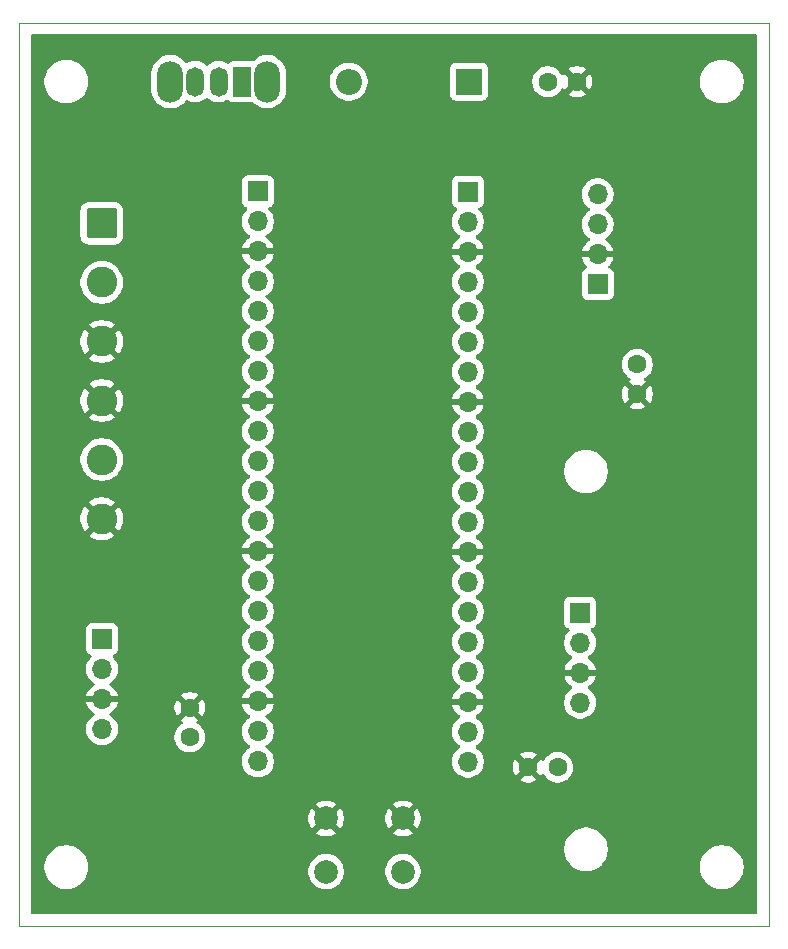
<source format=gbr>
G04 #@! TF.GenerationSoftware,KiCad,Pcbnew,9.0.0*
G04 #@! TF.CreationDate,2025-03-16T21:41:20+01:00*
G04 #@! TF.ProjectId,lightThermo,6c696768-7454-4686-9572-6d6f2e6b6963,1.0*
G04 #@! TF.SameCoordinates,PX47868c0PY7d687e0*
G04 #@! TF.FileFunction,Copper,L2,Bot*
G04 #@! TF.FilePolarity,Positive*
%FSLAX46Y46*%
G04 Gerber Fmt 4.6, Leading zero omitted, Abs format (unit mm)*
G04 Created by KiCad (PCBNEW 9.0.0) date 2025-03-16 21:41:20*
%MOMM*%
%LPD*%
G01*
G04 APERTURE LIST*
G04 Aperture macros list*
%AMRoundRect*
0 Rectangle with rounded corners*
0 $1 Rounding radius*
0 $2 $3 $4 $5 $6 $7 $8 $9 X,Y pos of 4 corners*
0 Add a 4 corners polygon primitive as box body*
4,1,4,$2,$3,$4,$5,$6,$7,$8,$9,$2,$3,0*
0 Add four circle primitives for the rounded corners*
1,1,$1+$1,$2,$3*
1,1,$1+$1,$4,$5*
1,1,$1+$1,$6,$7*
1,1,$1+$1,$8,$9*
0 Add four rect primitives between the rounded corners*
20,1,$1+$1,$2,$3,$4,$5,0*
20,1,$1+$1,$4,$5,$6,$7,0*
20,1,$1+$1,$6,$7,$8,$9,0*
20,1,$1+$1,$8,$9,$2,$3,0*%
G04 Aperture macros list end*
G04 #@! TA.AperFunction,ComponentPad*
%ADD10C,1.600000*%
G04 #@! TD*
G04 #@! TA.AperFunction,ComponentPad*
%ADD11R,2.200000X2.200000*%
G04 #@! TD*
G04 #@! TA.AperFunction,ComponentPad*
%ADD12O,2.200000X2.200000*%
G04 #@! TD*
G04 #@! TA.AperFunction,ComponentPad*
%ADD13R,1.700000X1.700000*%
G04 #@! TD*
G04 #@! TA.AperFunction,ComponentPad*
%ADD14O,1.700000X1.700000*%
G04 #@! TD*
G04 #@! TA.AperFunction,ComponentPad*
%ADD15O,2.200000X3.500000*%
G04 #@! TD*
G04 #@! TA.AperFunction,ComponentPad*
%ADD16R,1.500000X2.500000*%
G04 #@! TD*
G04 #@! TA.AperFunction,ComponentPad*
%ADD17O,1.500000X2.500000*%
G04 #@! TD*
G04 #@! TA.AperFunction,ComponentPad*
%ADD18C,2.000000*%
G04 #@! TD*
G04 #@! TA.AperFunction,ComponentPad*
%ADD19RoundRect,0.250000X-1.050000X1.050000X-1.050000X-1.050000X1.050000X-1.050000X1.050000X1.050000X0*%
G04 #@! TD*
G04 #@! TA.AperFunction,ComponentPad*
%ADD20C,2.600000*%
G04 #@! TD*
G04 #@! TA.AperFunction,Profile*
%ADD21C,0.050000*%
G04 #@! TD*
G04 APERTURE END LIST*
D10*
G04 #@! TO.P,C3,1*
G04 #@! TO.N,Net-(J1-3V3(OUT))*
X45600000Y13450000D03*
G04 #@! TO.P,C3,2*
G04 #@! TO.N,GND*
X43100000Y13450000D03*
G04 #@! TD*
D11*
G04 #@! TO.P,D1,1,K*
G04 #@! TO.N,Net-(D1-K)*
X38080000Y71500000D03*
D12*
G04 #@! TO.P,D1,2,A*
G04 #@! TO.N,Net-(D1-A)*
X27920000Y71500000D03*
G04 #@! TD*
D10*
G04 #@! TO.P,C4,1*
G04 #@! TO.N,Net-(J1-3V3(OUT))*
X52350000Y47550000D03*
G04 #@! TO.P,C4,2*
G04 #@! TO.N,GND*
X52350000Y45050000D03*
G04 #@! TD*
D13*
G04 #@! TO.P,J3,1,SDA*
G04 #@! TO.N,Net-(J2-I2C0_SDA)*
X7025000Y24300000D03*
D14*
G04 #@! TO.P,J3,2,SCL*
G04 #@! TO.N,Net-(J2-I2C0_SCL)*
X7025000Y21760000D03*
G04 #@! TO.P,J3,3,-*
G04 #@! TO.N,GND*
X7025000Y19220000D03*
G04 #@! TO.P,J3,4,+*
G04 #@! TO.N,Net-(J1-3V3(OUT))*
X7025000Y16680000D03*
G04 #@! TD*
D10*
G04 #@! TO.P,C1,1*
G04 #@! TO.N,GND*
X47250000Y71500000D03*
G04 #@! TO.P,C1,2*
G04 #@! TO.N,Net-(D1-K)*
X44750000Y71500000D03*
G04 #@! TD*
D13*
G04 #@! TO.P,J2,1,UART0_TX*
G04 #@! TO.N,Net-(J2-UART0_TX)*
X20220000Y62205000D03*
D14*
G04 #@! TO.P,J2,2,UART0_RX*
G04 #@! TO.N,Net-(J2-UART0_RX)*
X20220000Y59665000D03*
G04 #@! TO.P,J2,3,GND*
G04 #@! TO.N,GND*
X20220000Y57125000D03*
G04 #@! TO.P,J2,4,GP2*
G04 #@! TO.N,unconnected-(J2-GP2-Pad4)*
X20220000Y54585000D03*
G04 #@! TO.P,J2,5,GP3*
G04 #@! TO.N,unconnected-(J2-GP3-Pad5)*
X20220000Y52045000D03*
G04 #@! TO.P,J2,6,GP4*
G04 #@! TO.N,unconnected-(J2-GP4-Pad6)*
X20220000Y49505000D03*
G04 #@! TO.P,J2,7,GP5*
G04 #@! TO.N,unconnected-(J2-GP5-Pad7)*
X20220000Y46965000D03*
G04 #@! TO.P,J2,8,GND*
G04 #@! TO.N,GND*
X20220000Y44425000D03*
G04 #@! TO.P,J2,9,GP6*
G04 #@! TO.N,unconnected-(J2-GP6-Pad9)*
X20220000Y41885000D03*
G04 #@! TO.P,J2,10,GP7*
G04 #@! TO.N,unconnected-(J2-GP7-Pad10)*
X20220000Y39345000D03*
G04 #@! TO.P,J2,11,I2C0_SDA*
G04 #@! TO.N,Net-(J2-I2C0_SDA)*
X20220000Y36805000D03*
G04 #@! TO.P,J2,12,I2C0_SCL*
G04 #@! TO.N,Net-(J2-I2C0_SCL)*
X20220000Y34265000D03*
G04 #@! TO.P,J2,13,GND*
G04 #@! TO.N,GND*
X20220000Y31725000D03*
G04 #@! TO.P,J2,14,GP10*
G04 #@! TO.N,unconnected-(J2-GP10-Pad14)*
X20220000Y29185000D03*
G04 #@! TO.P,J2,15,GP11*
G04 #@! TO.N,unconnected-(J2-GP11-Pad15)*
X20220000Y26645000D03*
G04 #@! TO.P,J2,16,GP12*
G04 #@! TO.N,unconnected-(J2-GP12-Pad16)*
X20220000Y24105000D03*
G04 #@! TO.P,J2,17,GP13*
G04 #@! TO.N,unconnected-(J2-GP13-Pad17)*
X20220000Y21565000D03*
G04 #@! TO.P,J2,18,GND*
G04 #@! TO.N,GND*
X20220000Y19025000D03*
G04 #@! TO.P,J2,19,GP14*
G04 #@! TO.N,unconnected-(J2-GP14-Pad19)*
X20220000Y16485000D03*
G04 #@! TO.P,J2,20,GP15*
G04 #@! TO.N,Net-(J2-GP15)*
X20220000Y13945000D03*
G04 #@! TD*
D13*
G04 #@! TO.P,J4,1,+*
G04 #@! TO.N,Net-(J1-3V3(OUT))*
X49000000Y54350000D03*
D14*
G04 #@! TO.P,J4,2,-*
G04 #@! TO.N,GND*
X49000000Y56890000D03*
G04 #@! TO.P,J4,3,SCL*
G04 #@! TO.N,Net-(J1-I2C1_SCL)*
X49000000Y59430000D03*
G04 #@! TO.P,J4,4,SDA*
G04 #@! TO.N,Net-(J1-I2C1_SDA)*
X49000000Y61970000D03*
G04 #@! TD*
D10*
G04 #@! TO.P,C2,1*
G04 #@! TO.N,GND*
X14450000Y18500000D03*
G04 #@! TO.P,C2,2*
G04 #@! TO.N,Net-(J1-3V3(OUT))*
X14450000Y16000000D03*
G04 #@! TD*
D13*
G04 #@! TO.P,J1,1,VBUS*
G04 #@! TO.N,unconnected-(J1-VBUS-Pad1)*
X38000000Y62180000D03*
D14*
G04 #@! TO.P,J1,2,VSYS*
G04 #@! TO.N,Net-(D1-K)*
X38000000Y59640000D03*
G04 #@! TO.P,J1,3,GND*
G04 #@! TO.N,GND*
X38000000Y57100000D03*
G04 #@! TO.P,J1,4,3V3_EN*
G04 #@! TO.N,unconnected-(J1-3V3_EN-Pad4)*
X38000000Y54560000D03*
G04 #@! TO.P,J1,5,3V3(OUT)*
G04 #@! TO.N,Net-(J1-3V3(OUT))*
X38000000Y52020000D03*
G04 #@! TO.P,J1,6,ADC_VREF*
G04 #@! TO.N,unconnected-(J1-ADC_VREF-Pad6)*
X38000000Y49480000D03*
G04 #@! TO.P,J1,7,GP28*
G04 #@! TO.N,unconnected-(J1-GP28-Pad7)*
X38000000Y46940000D03*
G04 #@! TO.P,J1,8,GND*
G04 #@! TO.N,GND*
X38000000Y44400000D03*
G04 #@! TO.P,J1,9,GP27*
G04 #@! TO.N,unconnected-(J1-GP27-Pad9)*
X38000000Y41860000D03*
G04 #@! TO.P,J1,10,GP26*
G04 #@! TO.N,unconnected-(J1-GP26-Pad10)*
X38000000Y39320000D03*
G04 #@! TO.P,J1,11,RUN*
G04 #@! TO.N,unconnected-(J1-RUN-Pad11)*
X38000000Y36780000D03*
G04 #@! TO.P,J1,12,GP22*
G04 #@! TO.N,unconnected-(J1-GP22-Pad12)*
X38000000Y34240000D03*
G04 #@! TO.P,J1,13,GND*
G04 #@! TO.N,GND*
X38000000Y31700000D03*
G04 #@! TO.P,J1,14,GP21*
G04 #@! TO.N,unconnected-(J1-GP21-Pad14)*
X38000000Y29160000D03*
G04 #@! TO.P,J1,15,GP20*
G04 #@! TO.N,unconnected-(J1-GP20-Pad15)*
X38000000Y26620000D03*
G04 #@! TO.P,J1,16,I2C1_SCL*
G04 #@! TO.N,Net-(J1-I2C1_SCL)*
X38000000Y24080000D03*
G04 #@! TO.P,J1,17,I2C1_SDA*
G04 #@! TO.N,Net-(J1-I2C1_SDA)*
X38000000Y21540000D03*
G04 #@! TO.P,J1,18,GND*
G04 #@! TO.N,GND*
X38000000Y19000000D03*
G04 #@! TO.P,J1,19,GP17*
G04 #@! TO.N,unconnected-(J1-GP17-Pad19)*
X38000000Y16460000D03*
G04 #@! TO.P,J1,20,GP16*
G04 #@! TO.N,unconnected-(J1-GP16-Pad20)*
X38000000Y13920000D03*
G04 #@! TD*
D15*
G04 #@! TO.P,SW1,*
G04 #@! TO.N,*
X21000000Y71500000D03*
X12800000Y71500000D03*
D16*
G04 #@! TO.P,SW1,1,A*
G04 #@! TO.N,Net-(D1-A)*
X18900000Y71500000D03*
D17*
G04 #@! TO.P,SW1,2,B*
G04 #@! TO.N,Net-(J6-Pin_5)*
X16900000Y71500000D03*
G04 #@! TO.P,SW1,3*
G04 #@! TO.N,N/C*
X14900000Y71500000D03*
G04 #@! TD*
D18*
G04 #@! TO.P,SW2,1,1*
G04 #@! TO.N,GND*
X26000000Y9120000D03*
X32500000Y9120000D03*
G04 #@! TO.P,SW2,2,2*
G04 #@! TO.N,Net-(J2-GP15)*
X26000000Y4620000D03*
X32500000Y4620000D03*
G04 #@! TD*
D19*
G04 #@! TO.P,J6,1,Pin_1*
G04 #@! TO.N,Net-(J2-UART0_RX)*
X7000000Y59500000D03*
D20*
G04 #@! TO.P,J6,2,Pin_2*
G04 #@! TO.N,Net-(J2-UART0_TX)*
X7000000Y54500000D03*
G04 #@! TO.P,J6,3,Pin_3*
G04 #@! TO.N,GND*
X7000000Y49500000D03*
G04 #@! TO.P,J6,4,Pin_4*
X7000000Y44500000D03*
G04 #@! TO.P,J6,5,Pin_5*
G04 #@! TO.N,Net-(J6-Pin_5)*
X7000000Y39500000D03*
G04 #@! TO.P,J6,6,Pin_6*
G04 #@! TO.N,GND*
X7000000Y34500000D03*
G04 #@! TD*
D13*
G04 #@! TO.P,J5,1,SDA*
G04 #@! TO.N,Net-(J1-I2C1_SDA)*
X47500000Y26540000D03*
D14*
G04 #@! TO.P,J5,2,SCL*
G04 #@! TO.N,Net-(J1-I2C1_SCL)*
X47500000Y24000000D03*
G04 #@! TO.P,J5,3,-*
G04 #@! TO.N,GND*
X47500000Y21460000D03*
G04 #@! TO.P,J5,4,+*
G04 #@! TO.N,Net-(J1-3V3(OUT))*
X47500000Y18920000D03*
G04 #@! TD*
G04 #@! TA.AperFunction,Conductor*
G04 #@! TO.N,GND*
G36*
X62442539Y75479815D02*
G01*
X62488294Y75427011D01*
X62499500Y75375500D01*
X62499500Y1124500D01*
X62479815Y1057461D01*
X62427011Y1011706D01*
X62375500Y1000500D01*
X1124500Y1000500D01*
X1057461Y1020185D01*
X1011706Y1072989D01*
X1000500Y1124500D01*
X1000500Y5121289D01*
X2149500Y5121289D01*
X2149500Y4878712D01*
X2181161Y4638215D01*
X2243947Y4403896D01*
X2336773Y4179795D01*
X2336776Y4179788D01*
X2458064Y3969711D01*
X2458066Y3969708D01*
X2458067Y3969707D01*
X2605733Y3777264D01*
X2605739Y3777257D01*
X2777256Y3605740D01*
X2777262Y3605735D01*
X2969711Y3458064D01*
X3179788Y3336776D01*
X3403900Y3243946D01*
X3638211Y3181162D01*
X3818586Y3157416D01*
X3878711Y3149500D01*
X3878712Y3149500D01*
X4121289Y3149500D01*
X4174057Y3156447D01*
X4361789Y3181162D01*
X4596100Y3243946D01*
X4820212Y3336776D01*
X5030289Y3458064D01*
X5222738Y3605735D01*
X5394265Y3777262D01*
X5541936Y3969711D01*
X5663224Y4179788D01*
X5756054Y4403900D01*
X5818838Y4638211D01*
X5828307Y4710139D01*
X5831988Y4738098D01*
X24499500Y4738098D01*
X24499500Y4501903D01*
X24536446Y4268632D01*
X24609433Y4044004D01*
X24647288Y3969711D01*
X24716657Y3833567D01*
X24855483Y3642490D01*
X25022490Y3475483D01*
X25213567Y3336657D01*
X25312991Y3285998D01*
X25424003Y3229434D01*
X25424005Y3229434D01*
X25424008Y3229432D01*
X25544412Y3190311D01*
X25648631Y3156447D01*
X25881903Y3119500D01*
X25881908Y3119500D01*
X26118097Y3119500D01*
X26351368Y3156447D01*
X26575992Y3229432D01*
X26786433Y3336657D01*
X26977510Y3475483D01*
X27144517Y3642490D01*
X27283343Y3833567D01*
X27390568Y4044008D01*
X27463553Y4268632D01*
X27484977Y4403896D01*
X27500500Y4501903D01*
X27500500Y4738098D01*
X30999500Y4738098D01*
X30999500Y4501903D01*
X31036446Y4268632D01*
X31109433Y4044004D01*
X31147288Y3969711D01*
X31216657Y3833567D01*
X31355483Y3642490D01*
X31522490Y3475483D01*
X31713567Y3336657D01*
X31812991Y3285998D01*
X31924003Y3229434D01*
X31924005Y3229434D01*
X31924008Y3229432D01*
X32044412Y3190311D01*
X32148631Y3156447D01*
X32381903Y3119500D01*
X32381908Y3119500D01*
X32618097Y3119500D01*
X32851368Y3156447D01*
X33075992Y3229432D01*
X33286433Y3336657D01*
X33477510Y3475483D01*
X33644517Y3642490D01*
X33783343Y3833567D01*
X33890568Y4044008D01*
X33963553Y4268632D01*
X33984977Y4403896D01*
X34000500Y4501903D01*
X34000500Y4738098D01*
X33963553Y4971369D01*
X33914841Y5121288D01*
X33890568Y5195992D01*
X33890566Y5195995D01*
X33890566Y5195997D01*
X33783342Y5406434D01*
X33644517Y5597510D01*
X33477510Y5764517D01*
X33286433Y5903343D01*
X33285340Y5903900D01*
X33075996Y6010567D01*
X32851368Y6083554D01*
X32618097Y6120500D01*
X32618092Y6120500D01*
X32381908Y6120500D01*
X32381903Y6120500D01*
X32148631Y6083554D01*
X31924003Y6010567D01*
X31713566Y5903343D01*
X31604550Y5824138D01*
X31522490Y5764517D01*
X31522488Y5764515D01*
X31522487Y5764515D01*
X31355485Y5597513D01*
X31355485Y5597512D01*
X31355483Y5597510D01*
X31354459Y5596100D01*
X31216657Y5406434D01*
X31109433Y5195997D01*
X31036446Y4971369D01*
X30999500Y4738098D01*
X27500500Y4738098D01*
X27463553Y4971369D01*
X27414841Y5121288D01*
X27390568Y5195992D01*
X27390566Y5195995D01*
X27390566Y5195997D01*
X27283342Y5406434D01*
X27144517Y5597510D01*
X26977510Y5764517D01*
X26786433Y5903343D01*
X26785340Y5903900D01*
X26575996Y6010567D01*
X26351368Y6083554D01*
X26118097Y6120500D01*
X26118092Y6120500D01*
X25881908Y6120500D01*
X25881903Y6120500D01*
X25648631Y6083554D01*
X25424003Y6010567D01*
X25213566Y5903343D01*
X25104550Y5824138D01*
X25022490Y5764517D01*
X25022488Y5764515D01*
X25022487Y5764515D01*
X24855485Y5597513D01*
X24855485Y5597512D01*
X24855483Y5597510D01*
X24854459Y5596100D01*
X24716657Y5406434D01*
X24609433Y5195997D01*
X24536446Y4971369D01*
X24499500Y4738098D01*
X5831988Y4738098D01*
X5834760Y4759150D01*
X5834760Y4759151D01*
X5850500Y4878712D01*
X5850500Y5121289D01*
X5838422Y5213028D01*
X5818838Y5361789D01*
X5756054Y5596100D01*
X5663224Y5820212D01*
X5541936Y6030289D01*
X5394265Y6222738D01*
X5394260Y6222744D01*
X5222743Y6394261D01*
X5222736Y6394267D01*
X5049792Y6526971D01*
X5030293Y6541933D01*
X5030292Y6541934D01*
X5030289Y6541936D01*
X4892846Y6621289D01*
X46149500Y6621289D01*
X46149500Y6378712D01*
X46181161Y6138215D01*
X46243947Y5903896D01*
X46278613Y5820206D01*
X46336776Y5679788D01*
X46458064Y5469711D01*
X46458066Y5469708D01*
X46458067Y5469707D01*
X46605733Y5277264D01*
X46605739Y5277257D01*
X46777256Y5105740D01*
X46777262Y5105735D01*
X46969711Y4958064D01*
X47179788Y4836776D01*
X47403900Y4743946D01*
X47638211Y4681162D01*
X47818586Y4657416D01*
X47878711Y4649500D01*
X47878712Y4649500D01*
X48121289Y4649500D01*
X48169388Y4655833D01*
X48361789Y4681162D01*
X48596100Y4743946D01*
X48820212Y4836776D01*
X49030289Y4958064D01*
X49222738Y5105735D01*
X49238292Y5121289D01*
X57649500Y5121289D01*
X57649500Y4878712D01*
X57681161Y4638215D01*
X57743947Y4403896D01*
X57836773Y4179795D01*
X57836776Y4179788D01*
X57958064Y3969711D01*
X57958066Y3969708D01*
X57958067Y3969707D01*
X58105733Y3777264D01*
X58105739Y3777257D01*
X58277256Y3605740D01*
X58277262Y3605735D01*
X58469711Y3458064D01*
X58679788Y3336776D01*
X58903900Y3243946D01*
X59138211Y3181162D01*
X59318586Y3157416D01*
X59378711Y3149500D01*
X59378712Y3149500D01*
X59621289Y3149500D01*
X59674057Y3156447D01*
X59861789Y3181162D01*
X60096100Y3243946D01*
X60320212Y3336776D01*
X60530289Y3458064D01*
X60722738Y3605735D01*
X60894265Y3777262D01*
X61041936Y3969711D01*
X61163224Y4179788D01*
X61256054Y4403900D01*
X61318838Y4638211D01*
X61350500Y4878712D01*
X61350500Y5121288D01*
X61318838Y5361789D01*
X61256054Y5596100D01*
X61163224Y5820212D01*
X61041936Y6030289D01*
X60894265Y6222738D01*
X60894260Y6222744D01*
X60722743Y6394261D01*
X60722736Y6394267D01*
X60530293Y6541933D01*
X60530292Y6541934D01*
X60530289Y6541936D01*
X60320212Y6663224D01*
X60320205Y6663227D01*
X60096104Y6756053D01*
X59861785Y6818839D01*
X59621289Y6850500D01*
X59621288Y6850500D01*
X59378712Y6850500D01*
X59378711Y6850500D01*
X59138214Y6818839D01*
X58903895Y6756053D01*
X58679794Y6663227D01*
X58679785Y6663223D01*
X58469706Y6541933D01*
X58277263Y6394267D01*
X58277256Y6394261D01*
X58105739Y6222744D01*
X58105733Y6222737D01*
X57958067Y6030294D01*
X57958064Y6030290D01*
X57958064Y6030289D01*
X57941817Y6002149D01*
X57836777Y5820215D01*
X57836773Y5820206D01*
X57743947Y5596105D01*
X57681161Y5361786D01*
X57649500Y5121289D01*
X49238292Y5121289D01*
X49330032Y5213028D01*
X49394260Y5277257D01*
X49394265Y5277262D01*
X49541936Y5469711D01*
X49663224Y5679788D01*
X49756054Y5903900D01*
X49818838Y6138211D01*
X49850500Y6378712D01*
X49850500Y6621288D01*
X49818838Y6861789D01*
X49756054Y7096100D01*
X49663224Y7320212D01*
X49541936Y7530289D01*
X49394265Y7722738D01*
X49394260Y7722744D01*
X49222743Y7894261D01*
X49222736Y7894267D01*
X49030293Y8041933D01*
X49030292Y8041934D01*
X49030289Y8041936D01*
X48820212Y8163224D01*
X48820205Y8163227D01*
X48596104Y8256053D01*
X48361785Y8318839D01*
X48121289Y8350500D01*
X48121288Y8350500D01*
X47878712Y8350500D01*
X47878711Y8350500D01*
X47638214Y8318839D01*
X47403895Y8256053D01*
X47179794Y8163227D01*
X47179785Y8163223D01*
X46969706Y8041933D01*
X46777263Y7894267D01*
X46777256Y7894261D01*
X46605739Y7722744D01*
X46605733Y7722737D01*
X46458067Y7530294D01*
X46336777Y7320215D01*
X46336773Y7320206D01*
X46243947Y7096105D01*
X46181161Y6861786D01*
X46149500Y6621289D01*
X4892846Y6621289D01*
X4820212Y6663224D01*
X4820205Y6663227D01*
X4596104Y6756053D01*
X4361785Y6818839D01*
X4121289Y6850500D01*
X4121288Y6850500D01*
X3878712Y6850500D01*
X3878711Y6850500D01*
X3638214Y6818839D01*
X3403895Y6756053D01*
X3179794Y6663227D01*
X3179785Y6663223D01*
X2969706Y6541933D01*
X2777263Y6394267D01*
X2777256Y6394261D01*
X2605739Y6222744D01*
X2605733Y6222737D01*
X2458067Y6030294D01*
X2458064Y6030290D01*
X2458064Y6030289D01*
X2441817Y6002149D01*
X2336777Y5820215D01*
X2336773Y5820206D01*
X2243947Y5596105D01*
X2181161Y5361786D01*
X2149500Y5121289D01*
X1000500Y5121289D01*
X1000500Y9238053D01*
X24500000Y9238053D01*
X24500000Y9001948D01*
X24536934Y8768753D01*
X24609897Y8544198D01*
X24717087Y8333826D01*
X24777338Y8250896D01*
X24777340Y8250895D01*
X25476212Y8949767D01*
X25487482Y8907708D01*
X25559890Y8782292D01*
X25662292Y8679890D01*
X25787708Y8607482D01*
X25829765Y8596213D01*
X25130893Y7897342D01*
X25213828Y7837086D01*
X25424197Y7729898D01*
X25648752Y7656935D01*
X25648751Y7656935D01*
X25881948Y7620000D01*
X26118052Y7620000D01*
X26351247Y7656935D01*
X26575802Y7729898D01*
X26786163Y7837082D01*
X26786169Y7837086D01*
X26869104Y7897342D01*
X26869105Y7897342D01*
X26170233Y8596213D01*
X26212292Y8607482D01*
X26337708Y8679890D01*
X26440110Y8782292D01*
X26512518Y8907708D01*
X26523787Y8949767D01*
X27222658Y8250895D01*
X27222658Y8250896D01*
X27282914Y8333831D01*
X27282918Y8333837D01*
X27390102Y8544198D01*
X27463065Y8768753D01*
X27500000Y9001948D01*
X27500000Y9238053D01*
X31000000Y9238053D01*
X31000000Y9001948D01*
X31036934Y8768753D01*
X31109897Y8544198D01*
X31217087Y8333826D01*
X31277338Y8250896D01*
X31277340Y8250895D01*
X31976212Y8949767D01*
X31987482Y8907708D01*
X32059890Y8782292D01*
X32162292Y8679890D01*
X32287708Y8607482D01*
X32329765Y8596213D01*
X31630893Y7897342D01*
X31713828Y7837086D01*
X31924197Y7729898D01*
X32148752Y7656935D01*
X32148751Y7656935D01*
X32381948Y7620000D01*
X32618052Y7620000D01*
X32851247Y7656935D01*
X33075802Y7729898D01*
X33286163Y7837082D01*
X33286169Y7837086D01*
X33369104Y7897342D01*
X33369105Y7897342D01*
X32670233Y8596213D01*
X32712292Y8607482D01*
X32837708Y8679890D01*
X32940110Y8782292D01*
X33012518Y8907708D01*
X33023787Y8949766D01*
X33722658Y8250895D01*
X33722658Y8250896D01*
X33782914Y8333831D01*
X33782918Y8333837D01*
X33890102Y8544198D01*
X33963065Y8768753D01*
X34000000Y9001948D01*
X34000000Y9238053D01*
X33963065Y9471248D01*
X33890102Y9695803D01*
X33782914Y9906172D01*
X33722658Y9989106D01*
X33722658Y9989107D01*
X33023787Y9290235D01*
X33012518Y9332292D01*
X32940110Y9457708D01*
X32837708Y9560110D01*
X32712292Y9632518D01*
X32670234Y9643788D01*
X33369105Y10342660D01*
X33369104Y10342662D01*
X33286174Y10402913D01*
X33075802Y10510103D01*
X32851247Y10583066D01*
X32851248Y10583066D01*
X32618052Y10620000D01*
X32381948Y10620000D01*
X32148752Y10583066D01*
X31924197Y10510103D01*
X31713830Y10402916D01*
X31630894Y10342660D01*
X32329766Y9643788D01*
X32287708Y9632518D01*
X32162292Y9560110D01*
X32059890Y9457708D01*
X31987482Y9332292D01*
X31976212Y9290234D01*
X31277340Y9989106D01*
X31217084Y9906170D01*
X31109897Y9695803D01*
X31036934Y9471248D01*
X31000000Y9238053D01*
X27500000Y9238053D01*
X27463065Y9471248D01*
X27390102Y9695803D01*
X27282914Y9906172D01*
X27222658Y9989106D01*
X27222658Y9989107D01*
X26523787Y9290235D01*
X26512518Y9332292D01*
X26440110Y9457708D01*
X26337708Y9560110D01*
X26212292Y9632518D01*
X26170234Y9643788D01*
X26869105Y10342660D01*
X26869104Y10342661D01*
X26786174Y10402913D01*
X26575802Y10510103D01*
X26351247Y10583066D01*
X26351248Y10583066D01*
X26118052Y10620000D01*
X25881948Y10620000D01*
X25648752Y10583066D01*
X25424197Y10510103D01*
X25213830Y10402916D01*
X25130894Y10342660D01*
X25829766Y9643788D01*
X25787708Y9632518D01*
X25662292Y9560110D01*
X25559890Y9457708D01*
X25487482Y9332292D01*
X25476212Y9290234D01*
X24777340Y9989106D01*
X24717084Y9906170D01*
X24609897Y9695803D01*
X24536934Y9471248D01*
X24500000Y9238053D01*
X1000500Y9238053D01*
X1000500Y25197865D01*
X5674500Y25197865D01*
X5674500Y23402130D01*
X5674501Y23402124D01*
X5680908Y23342517D01*
X5731202Y23207672D01*
X5731206Y23207665D01*
X5817452Y23092456D01*
X5817455Y23092453D01*
X5932664Y23006207D01*
X5932671Y23006203D01*
X6064082Y22957190D01*
X6120016Y22915319D01*
X6144433Y22849855D01*
X6129582Y22781582D01*
X6108431Y22753327D01*
X5994889Y22639785D01*
X5869951Y22467821D01*
X5773444Y22278415D01*
X5707753Y22076240D01*
X5692228Y21978218D01*
X5674500Y21866287D01*
X5674500Y21653713D01*
X5707754Y21443757D01*
X5771112Y21248761D01*
X5773444Y21241586D01*
X5869951Y21052180D01*
X5994890Y20880214D01*
X6145213Y20729891D01*
X6317179Y20604952D01*
X6317181Y20604951D01*
X6317184Y20604949D01*
X6326493Y20600206D01*
X6377290Y20552234D01*
X6394087Y20484413D01*
X6371552Y20418278D01*
X6326502Y20379238D01*
X6317443Y20374622D01*
X6145540Y20249728D01*
X6145535Y20249724D01*
X5995276Y20099465D01*
X5995272Y20099460D01*
X5870379Y19927558D01*
X5773904Y19738218D01*
X5708242Y19536130D01*
X5708242Y19536127D01*
X5697769Y19470000D01*
X6591988Y19470000D01*
X6559075Y19412993D01*
X6525000Y19285826D01*
X6525000Y19154174D01*
X6559075Y19027007D01*
X6591988Y18970000D01*
X5697769Y18970000D01*
X5708242Y18903874D01*
X5708242Y18903871D01*
X5773904Y18701783D01*
X5870379Y18512443D01*
X5995272Y18340541D01*
X5995276Y18340536D01*
X6145535Y18190277D01*
X6145540Y18190273D01*
X6317444Y18065378D01*
X6326495Y18060766D01*
X6377292Y18012792D01*
X6394087Y17944971D01*
X6371550Y17878836D01*
X6326499Y17839798D01*
X6317182Y17835051D01*
X6145213Y17710110D01*
X5994890Y17559787D01*
X5869951Y17387821D01*
X5773444Y17198415D01*
X5707753Y16996240D01*
X5684151Y16847219D01*
X5674500Y16786287D01*
X5674500Y16573713D01*
X5707754Y16363757D01*
X5771112Y16168761D01*
X5773444Y16161586D01*
X5869951Y15972180D01*
X5994890Y15800214D01*
X6145213Y15649891D01*
X6317179Y15524952D01*
X6317181Y15524951D01*
X6317184Y15524949D01*
X6506588Y15428443D01*
X6708757Y15362754D01*
X6918713Y15329500D01*
X6918714Y15329500D01*
X7131286Y15329500D01*
X7131287Y15329500D01*
X7341243Y15362754D01*
X7543412Y15428443D01*
X7732816Y15524949D01*
X7808874Y15580208D01*
X7904786Y15649891D01*
X7904788Y15649894D01*
X7904792Y15649896D01*
X8055104Y15800208D01*
X8055106Y15800212D01*
X8055109Y15800214D01*
X8180048Y15972180D01*
X8180047Y15972180D01*
X8180051Y15972184D01*
X8246375Y16102352D01*
X13149500Y16102352D01*
X13149500Y15897649D01*
X13181522Y15695466D01*
X13244781Y15500777D01*
X13280900Y15429891D01*
X13334098Y15325484D01*
X13337715Y15318387D01*
X13458028Y15152787D01*
X13602786Y15008029D01*
X13682515Y14950104D01*
X13768390Y14887713D01*
X13884607Y14828497D01*
X13950776Y14794782D01*
X13950778Y14794782D01*
X13950781Y14794780D01*
X14055137Y14760873D01*
X14145465Y14731523D01*
X14227834Y14718477D01*
X14347648Y14699500D01*
X14347649Y14699500D01*
X14552351Y14699500D01*
X14552352Y14699500D01*
X14754534Y14731523D01*
X14949219Y14794780D01*
X15131610Y14887713D01*
X15224590Y14955268D01*
X15297213Y15008029D01*
X15297215Y15008032D01*
X15297219Y15008034D01*
X15441966Y15152781D01*
X15441968Y15152785D01*
X15441971Y15152787D01*
X15514422Y15252509D01*
X15562287Y15318390D01*
X15655220Y15500781D01*
X15718477Y15695466D01*
X15750500Y15897648D01*
X15750500Y16102352D01*
X15718477Y16304534D01*
X15702497Y16353714D01*
X15694374Y16378714D01*
X15655220Y16499219D01*
X15655217Y16499223D01*
X15655217Y16499226D01*
X15634511Y16539863D01*
X15634510Y16539864D01*
X15562284Y16681615D01*
X15441971Y16847214D01*
X15297213Y16991972D01*
X15131611Y17112287D01*
X15077621Y17139797D01*
X15026825Y17187772D01*
X15010031Y17255593D01*
X15032569Y17321728D01*
X15077624Y17360767D01*
X15131349Y17388141D01*
X15175921Y17420526D01*
X14496447Y18100000D01*
X14502661Y18100000D01*
X14604394Y18127259D01*
X14695606Y18179920D01*
X14770080Y18254394D01*
X14822741Y18345606D01*
X14850000Y18447339D01*
X14850000Y18453553D01*
X15529474Y17774079D01*
X15561859Y17818651D01*
X15654755Y18000969D01*
X15717990Y18195583D01*
X15750000Y18397683D01*
X15750000Y18602318D01*
X15717990Y18804418D01*
X15656767Y18992840D01*
X15656766Y18992841D01*
X15654755Y18999031D01*
X15561859Y19181350D01*
X15529474Y19225923D01*
X15529474Y19225924D01*
X14850000Y18546449D01*
X14850000Y18552661D01*
X14822741Y18654394D01*
X14770080Y18745606D01*
X14695606Y18820080D01*
X14604394Y18872741D01*
X14502661Y18900000D01*
X14496446Y18900000D01*
X15175922Y19579476D01*
X15175921Y19579477D01*
X15131359Y19611853D01*
X15131350Y19611859D01*
X14949031Y19704756D01*
X14754417Y19767991D01*
X14552317Y19800000D01*
X14347683Y19800000D01*
X14145582Y19767991D01*
X13950968Y19704756D01*
X13768644Y19611857D01*
X13724077Y19579477D01*
X13724077Y19579476D01*
X14403554Y18900000D01*
X14397339Y18900000D01*
X14295606Y18872741D01*
X14204394Y18820080D01*
X14129920Y18745606D01*
X14077259Y18654394D01*
X14050000Y18552661D01*
X14050000Y18546447D01*
X13370524Y19225923D01*
X13370523Y19225923D01*
X13338143Y19181356D01*
X13245244Y18999032D01*
X13182009Y18804418D01*
X13150000Y18602318D01*
X13150000Y18397683D01*
X13182009Y18195583D01*
X13245244Y18000969D01*
X13338141Y17818650D01*
X13338147Y17818641D01*
X13370523Y17774079D01*
X13370524Y17774078D01*
X14050000Y18453554D01*
X14050000Y18447339D01*
X14077259Y18345606D01*
X14129920Y18254394D01*
X14204394Y18179920D01*
X14295606Y18127259D01*
X14397339Y18100000D01*
X14403553Y18100000D01*
X13724076Y17420526D01*
X13768652Y17388139D01*
X13822376Y17360766D01*
X13873172Y17312792D01*
X13889968Y17244972D01*
X13867431Y17178836D01*
X13822379Y17139797D01*
X13768386Y17112286D01*
X13602786Y16991972D01*
X13458028Y16847214D01*
X13337715Y16681614D01*
X13244781Y16499224D01*
X13181522Y16304535D01*
X13149500Y16102352D01*
X8246375Y16102352D01*
X8276557Y16161588D01*
X8342246Y16363757D01*
X8375500Y16573713D01*
X8375500Y16786287D01*
X8342246Y16996243D01*
X8276557Y17198412D01*
X8180051Y17387816D01*
X8180049Y17387819D01*
X8180048Y17387821D01*
X8055109Y17559787D01*
X7904786Y17710110D01*
X7732817Y17835051D01*
X7723504Y17839796D01*
X7672707Y17887770D01*
X7655912Y17955591D01*
X7678449Y18021726D01*
X7723507Y18060768D01*
X7732558Y18065380D01*
X7904459Y18190273D01*
X7904464Y18190277D01*
X8054723Y18340536D01*
X8054727Y18340541D01*
X8179620Y18512443D01*
X8256579Y18663479D01*
X8256580Y18663481D01*
X8276094Y18701780D01*
X8341757Y18903871D01*
X8341757Y18903874D01*
X8352231Y18970000D01*
X7458012Y18970000D01*
X7490925Y19027007D01*
X7525000Y19154174D01*
X7525000Y19285826D01*
X7490925Y19412993D01*
X7458012Y19470000D01*
X8352231Y19470000D01*
X8345449Y19512819D01*
X8345448Y19512821D01*
X8341756Y19536133D01*
X8276095Y19738218D01*
X8179620Y19927558D01*
X8054727Y20099460D01*
X8054723Y20099465D01*
X7904464Y20249724D01*
X7904459Y20249728D01*
X7732555Y20374623D01*
X7723500Y20379237D01*
X7672706Y20427212D01*
X7655912Y20495034D01*
X7678451Y20561168D01*
X7723508Y20600207D01*
X7732816Y20604949D01*
X7843292Y20685214D01*
X7904786Y20729891D01*
X7904788Y20729894D01*
X7904792Y20729896D01*
X8055104Y20880208D01*
X8055106Y20880212D01*
X8055109Y20880214D01*
X8180048Y21052180D01*
X8180047Y21052180D01*
X8180051Y21052184D01*
X8276557Y21241588D01*
X8342246Y21443757D01*
X8375500Y21653713D01*
X8375500Y21866287D01*
X8342246Y22076243D01*
X8276557Y22278412D01*
X8180051Y22467816D01*
X8180049Y22467819D01*
X8180048Y22467821D01*
X8055109Y22639787D01*
X7941569Y22753327D01*
X7908084Y22814650D01*
X7913068Y22884342D01*
X7954940Y22940275D01*
X7985915Y22957190D01*
X8117331Y23006204D01*
X8232546Y23092454D01*
X8318796Y23207669D01*
X8369091Y23342517D01*
X8375500Y23402127D01*
X8375499Y25197872D01*
X8369091Y25257483D01*
X8368133Y25260051D01*
X8318797Y25392329D01*
X8318793Y25392336D01*
X8232547Y25507545D01*
X8232544Y25507548D01*
X8117335Y25593794D01*
X8117328Y25593798D01*
X7982482Y25644092D01*
X7982483Y25644092D01*
X7922883Y25650499D01*
X7922881Y25650500D01*
X7922873Y25650500D01*
X7922864Y25650500D01*
X6127129Y25650500D01*
X6127123Y25650499D01*
X6067516Y25644092D01*
X5932671Y25593798D01*
X5932664Y25593794D01*
X5817455Y25507548D01*
X5817452Y25507545D01*
X5731206Y25392336D01*
X5731202Y25392329D01*
X5680908Y25257483D01*
X5674501Y25197884D01*
X5674501Y25197877D01*
X5674500Y25197865D01*
X1000500Y25197865D01*
X1000500Y34617986D01*
X5200000Y34617986D01*
X5200000Y34382015D01*
X5230799Y34148086D01*
X5291870Y33920163D01*
X5382160Y33702181D01*
X5382165Y33702172D01*
X5500144Y33497829D01*
X5500145Y33497828D01*
X5562721Y33416277D01*
X6398958Y34252513D01*
X6423978Y34192110D01*
X6495112Y34085649D01*
X6585649Y33995112D01*
X6692110Y33923978D01*
X6752511Y33898959D01*
X5916275Y33062723D01*
X5997827Y33000146D01*
X5997828Y33000145D01*
X6202171Y32882166D01*
X6202180Y32882161D01*
X6420163Y32791871D01*
X6420161Y32791871D01*
X6648085Y32730800D01*
X6882014Y32700001D01*
X6882029Y32700000D01*
X7117971Y32700000D01*
X7117985Y32700001D01*
X7351914Y32730800D01*
X7579837Y32791871D01*
X7797819Y32882161D01*
X7797828Y32882166D01*
X8002181Y33000150D01*
X8083723Y33062721D01*
X8083723Y33062724D01*
X7247487Y33898959D01*
X7307890Y33923978D01*
X7414351Y33995112D01*
X7504888Y34085649D01*
X7576022Y34192110D01*
X7601041Y34252512D01*
X8437276Y33416277D01*
X8437279Y33416277D01*
X8499850Y33497819D01*
X8617834Y33702172D01*
X8617839Y33702181D01*
X8708129Y33920163D01*
X8769200Y34148086D01*
X8799999Y34382015D01*
X8800000Y34382029D01*
X8800000Y34617972D01*
X8799999Y34617986D01*
X8769200Y34851915D01*
X8708129Y35079838D01*
X8617839Y35297820D01*
X8617834Y35297829D01*
X8499855Y35502172D01*
X8499854Y35502173D01*
X8437277Y35583725D01*
X7601041Y34747489D01*
X7576022Y34807890D01*
X7504888Y34914351D01*
X7414351Y35004888D01*
X7307890Y35076022D01*
X7247488Y35101042D01*
X8083723Y35937279D01*
X8002172Y35999855D01*
X8002171Y35999856D01*
X7797828Y36117835D01*
X7797819Y36117840D01*
X7579836Y36208130D01*
X7579838Y36208130D01*
X7351914Y36269201D01*
X7117985Y36300000D01*
X6882014Y36300000D01*
X6648085Y36269201D01*
X6420162Y36208130D01*
X6202180Y36117840D01*
X6202171Y36117835D01*
X5997828Y35999856D01*
X5997818Y35999850D01*
X5916275Y35937280D01*
X5916275Y35937279D01*
X6752512Y35101042D01*
X6692110Y35076022D01*
X6585649Y35004888D01*
X6495112Y34914351D01*
X6423978Y34807890D01*
X6398958Y34747488D01*
X5562721Y35583725D01*
X5562720Y35583725D01*
X5500150Y35502182D01*
X5500144Y35502172D01*
X5382165Y35297829D01*
X5382160Y35297820D01*
X5291870Y35079838D01*
X5230799Y34851915D01*
X5200000Y34617986D01*
X1000500Y34617986D01*
X1000500Y39618005D01*
X5199500Y39618005D01*
X5199500Y39381996D01*
X5199501Y39381980D01*
X5230306Y39147990D01*
X5291394Y38920007D01*
X5381714Y38701955D01*
X5381719Y38701944D01*
X5433542Y38612186D01*
X5499727Y38497550D01*
X5499729Y38497547D01*
X5499730Y38497546D01*
X5643406Y38310303D01*
X5643412Y38310296D01*
X5810295Y38143413D01*
X5810302Y38143407D01*
X5838925Y38121444D01*
X5997550Y37999727D01*
X6101842Y37939514D01*
X6201943Y37881720D01*
X6201948Y37881718D01*
X6201951Y37881716D01*
X6420007Y37791394D01*
X6647986Y37730307D01*
X6881989Y37699500D01*
X6881996Y37699500D01*
X7118004Y37699500D01*
X7118011Y37699500D01*
X7352014Y37730307D01*
X7579993Y37791394D01*
X7798049Y37881716D01*
X8002450Y37999727D01*
X8189699Y38143408D01*
X8356592Y38310301D01*
X8500273Y38497550D01*
X8618284Y38701951D01*
X8708606Y38920007D01*
X8769693Y39147986D01*
X8800500Y39381989D01*
X8800500Y39618011D01*
X8769693Y39852014D01*
X8708606Y40079993D01*
X8618284Y40298049D01*
X8618282Y40298052D01*
X8618280Y40298057D01*
X8573793Y40375110D01*
X8500273Y40502450D01*
X8417987Y40609688D01*
X8356593Y40689698D01*
X8356587Y40689705D01*
X8189704Y40856588D01*
X8189697Y40856594D01*
X8002454Y41000270D01*
X8002453Y41000271D01*
X8002450Y41000273D01*
X7920957Y41047323D01*
X7798056Y41118281D01*
X7798045Y41118286D01*
X7579993Y41208606D01*
X7352010Y41269694D01*
X7118020Y41300499D01*
X7118017Y41300500D01*
X7118011Y41300500D01*
X6881989Y41300500D01*
X6881983Y41300500D01*
X6881979Y41300499D01*
X6647989Y41269694D01*
X6420006Y41208606D01*
X6201954Y41118286D01*
X6201943Y41118281D01*
X5997545Y41000270D01*
X5810302Y40856594D01*
X5810295Y40856588D01*
X5643412Y40689705D01*
X5643406Y40689698D01*
X5499730Y40502455D01*
X5381719Y40298057D01*
X5381714Y40298046D01*
X5291394Y40079994D01*
X5230306Y39852011D01*
X5199501Y39618021D01*
X5199500Y39618005D01*
X1000500Y39618005D01*
X1000500Y44617986D01*
X5200000Y44617986D01*
X5200000Y44382015D01*
X5230799Y44148086D01*
X5291870Y43920163D01*
X5382160Y43702181D01*
X5382165Y43702172D01*
X5500144Y43497829D01*
X5500145Y43497828D01*
X5562721Y43416277D01*
X6398958Y44252513D01*
X6423978Y44192110D01*
X6495112Y44085649D01*
X6585649Y43995112D01*
X6692110Y43923978D01*
X6752511Y43898959D01*
X5916275Y43062723D01*
X5997827Y43000146D01*
X5997828Y43000145D01*
X6202171Y42882166D01*
X6202180Y42882161D01*
X6420163Y42791871D01*
X6420161Y42791871D01*
X6648085Y42730800D01*
X6882014Y42700001D01*
X6882029Y42700000D01*
X7117971Y42700000D01*
X7117985Y42700001D01*
X7351914Y42730800D01*
X7579837Y42791871D01*
X7797819Y42882161D01*
X7797828Y42882166D01*
X8002181Y43000150D01*
X8083723Y43062721D01*
X8083723Y43062724D01*
X7247487Y43898959D01*
X7307890Y43923978D01*
X7414351Y43995112D01*
X7504888Y44085649D01*
X7576022Y44192110D01*
X7601041Y44252512D01*
X8437276Y43416277D01*
X8437279Y43416277D01*
X8499850Y43497819D01*
X8617834Y43702172D01*
X8617839Y43702181D01*
X8708129Y43920163D01*
X8769200Y44148086D01*
X8799999Y44382015D01*
X8800000Y44382029D01*
X8800000Y44617972D01*
X8799999Y44617986D01*
X8769200Y44851915D01*
X8708129Y45079838D01*
X8617839Y45297820D01*
X8617834Y45297829D01*
X8499855Y45502172D01*
X8499854Y45502173D01*
X8437277Y45583725D01*
X7601041Y44747489D01*
X7576022Y44807890D01*
X7504888Y44914351D01*
X7414351Y45004888D01*
X7307890Y45076022D01*
X7247488Y45101042D01*
X8083723Y45937279D01*
X8002172Y45999855D01*
X8002171Y45999856D01*
X7797828Y46117835D01*
X7797819Y46117840D01*
X7579836Y46208130D01*
X7579838Y46208130D01*
X7351914Y46269201D01*
X7117985Y46300000D01*
X6882014Y46300000D01*
X6648085Y46269201D01*
X6420162Y46208130D01*
X6202180Y46117840D01*
X6202171Y46117835D01*
X5997828Y45999856D01*
X5997818Y45999850D01*
X5916275Y45937280D01*
X5916275Y45937279D01*
X6752512Y45101042D01*
X6692110Y45076022D01*
X6585649Y45004888D01*
X6495112Y44914351D01*
X6423978Y44807890D01*
X6398958Y44747488D01*
X5562721Y45583725D01*
X5562720Y45583725D01*
X5500150Y45502182D01*
X5500144Y45502172D01*
X5382165Y45297829D01*
X5382160Y45297820D01*
X5291870Y45079838D01*
X5230799Y44851915D01*
X5200000Y44617986D01*
X1000500Y44617986D01*
X1000500Y49617986D01*
X5200000Y49617986D01*
X5200000Y49382015D01*
X5230799Y49148086D01*
X5291870Y48920163D01*
X5382160Y48702181D01*
X5382165Y48702172D01*
X5500144Y48497829D01*
X5500145Y48497828D01*
X5562721Y48416277D01*
X6398958Y49252513D01*
X6423978Y49192110D01*
X6495112Y49085649D01*
X6585649Y48995112D01*
X6692110Y48923978D01*
X6752511Y48898959D01*
X5916275Y48062723D01*
X5997827Y48000146D01*
X5997828Y48000145D01*
X6202171Y47882166D01*
X6202180Y47882161D01*
X6420163Y47791871D01*
X6420161Y47791871D01*
X6648085Y47730800D01*
X6882014Y47700001D01*
X6882029Y47700000D01*
X7117971Y47700000D01*
X7117985Y47700001D01*
X7351914Y47730800D01*
X7579837Y47791871D01*
X7797819Y47882161D01*
X7797828Y47882166D01*
X8002181Y48000150D01*
X8083723Y48062721D01*
X8083723Y48062724D01*
X7247487Y48898959D01*
X7307890Y48923978D01*
X7414351Y48995112D01*
X7504888Y49085649D01*
X7576022Y49192110D01*
X7601041Y49252512D01*
X8437276Y48416277D01*
X8437279Y48416277D01*
X8499850Y48497819D01*
X8617834Y48702172D01*
X8617839Y48702181D01*
X8708129Y48920163D01*
X8769200Y49148086D01*
X8799999Y49382015D01*
X8800000Y49382029D01*
X8800000Y49617972D01*
X8799999Y49617986D01*
X8769200Y49851915D01*
X8708129Y50079838D01*
X8617839Y50297820D01*
X8617834Y50297829D01*
X8499855Y50502172D01*
X8499854Y50502173D01*
X8437277Y50583725D01*
X7601041Y49747489D01*
X7576022Y49807890D01*
X7504888Y49914351D01*
X7414351Y50004888D01*
X7307890Y50076022D01*
X7247488Y50101042D01*
X8083723Y50937279D01*
X8002172Y50999855D01*
X8002171Y50999856D01*
X7797828Y51117835D01*
X7797819Y51117840D01*
X7579836Y51208130D01*
X7579838Y51208130D01*
X7351914Y51269201D01*
X7117985Y51300000D01*
X6882014Y51300000D01*
X6648085Y51269201D01*
X6420162Y51208130D01*
X6202180Y51117840D01*
X6202171Y51117835D01*
X5997828Y50999856D01*
X5997818Y50999850D01*
X5916275Y50937280D01*
X5916275Y50937279D01*
X6752512Y50101042D01*
X6692110Y50076022D01*
X6585649Y50004888D01*
X6495112Y49914351D01*
X6423978Y49807890D01*
X6398958Y49747488D01*
X5562721Y50583725D01*
X5562720Y50583725D01*
X5500150Y50502182D01*
X5500144Y50502172D01*
X5382165Y50297829D01*
X5382160Y50297820D01*
X5291870Y50079838D01*
X5230799Y49851915D01*
X5200000Y49617986D01*
X1000500Y49617986D01*
X1000500Y54618005D01*
X5199500Y54618005D01*
X5199500Y54381996D01*
X5199501Y54381980D01*
X5230306Y54147990D01*
X5291394Y53920007D01*
X5381714Y53701955D01*
X5381719Y53701944D01*
X5452677Y53579043D01*
X5499727Y53497550D01*
X5499729Y53497547D01*
X5499730Y53497546D01*
X5643406Y53310303D01*
X5643412Y53310296D01*
X5810295Y53143413D01*
X5810302Y53143407D01*
X5899309Y53075110D01*
X5997550Y52999727D01*
X6127341Y52924792D01*
X6201943Y52881720D01*
X6201948Y52881718D01*
X6201951Y52881716D01*
X6420007Y52791394D01*
X6647986Y52730307D01*
X6881989Y52699500D01*
X6881996Y52699500D01*
X7118004Y52699500D01*
X7118011Y52699500D01*
X7352014Y52730307D01*
X7579993Y52791394D01*
X7798049Y52881716D01*
X8002450Y52999727D01*
X8189699Y53143408D01*
X8356592Y53310301D01*
X8500273Y53497550D01*
X8618284Y53701951D01*
X8708606Y53920007D01*
X8769693Y54147986D01*
X8800500Y54381989D01*
X8800500Y54618011D01*
X8796460Y54648697D01*
X8792343Y54679974D01*
X8769693Y54852011D01*
X8769693Y54852014D01*
X8708606Y55079993D01*
X8618284Y55298049D01*
X8618282Y55298052D01*
X8618280Y55298057D01*
X8576118Y55371082D01*
X8500273Y55502450D01*
X8356592Y55689699D01*
X8356587Y55689705D01*
X8189704Y55856588D01*
X8189697Y55856594D01*
X8002454Y56000270D01*
X8002453Y56000271D01*
X8002450Y56000273D01*
X7920957Y56047323D01*
X7798056Y56118281D01*
X7798045Y56118286D01*
X7579993Y56208606D01*
X7352010Y56269694D01*
X7118020Y56300499D01*
X7118017Y56300500D01*
X7118011Y56300500D01*
X6881989Y56300500D01*
X6881983Y56300500D01*
X6881979Y56300499D01*
X6647989Y56269694D01*
X6420006Y56208606D01*
X6201954Y56118286D01*
X6201943Y56118281D01*
X5997545Y56000270D01*
X5810302Y55856594D01*
X5810295Y55856588D01*
X5643412Y55689705D01*
X5643406Y55689698D01*
X5499730Y55502455D01*
X5381719Y55298057D01*
X5381714Y55298046D01*
X5291394Y55079994D01*
X5230306Y54852011D01*
X5199501Y54618021D01*
X5199500Y54618005D01*
X1000500Y54618005D01*
X1000500Y60600017D01*
X5199500Y60600017D01*
X5199500Y58399999D01*
X5199501Y58399982D01*
X5210000Y58297204D01*
X5210001Y58297201D01*
X5265185Y58130669D01*
X5265187Y58130664D01*
X5265767Y58129724D01*
X5357288Y57981344D01*
X5481344Y57857288D01*
X5630666Y57765186D01*
X5797203Y57710001D01*
X5899991Y57699500D01*
X8100008Y57699501D01*
X8202797Y57710001D01*
X8369334Y57765186D01*
X8518656Y57857288D01*
X8642712Y57981344D01*
X8734814Y58130666D01*
X8789999Y58297203D01*
X8800500Y58399991D01*
X8800499Y60600008D01*
X8797095Y60633327D01*
X8789999Y60702797D01*
X8789998Y60702800D01*
X8781033Y60729855D01*
X8734814Y60869334D01*
X8642712Y61018656D01*
X8518656Y61142712D01*
X8369334Y61234814D01*
X8202797Y61289999D01*
X8202795Y61290000D01*
X8100010Y61300500D01*
X5899998Y61300500D01*
X5899981Y61300499D01*
X5797203Y61290000D01*
X5797200Y61289999D01*
X5630668Y61234815D01*
X5630663Y61234813D01*
X5481342Y61142711D01*
X5357289Y61018658D01*
X5265187Y60869337D01*
X5265185Y60869332D01*
X5245686Y60810486D01*
X5210001Y60702797D01*
X5210001Y60702796D01*
X5210000Y60702796D01*
X5199500Y60600017D01*
X1000500Y60600017D01*
X1000500Y63102865D01*
X18869500Y63102865D01*
X18869500Y61307130D01*
X18869501Y61307124D01*
X18875908Y61247517D01*
X18926202Y61112672D01*
X18926206Y61112665D01*
X19012452Y60997456D01*
X19012455Y60997453D01*
X19127664Y60911207D01*
X19127671Y60911203D01*
X19259082Y60862190D01*
X19315016Y60820319D01*
X19339433Y60754855D01*
X19324582Y60686582D01*
X19303431Y60658327D01*
X19189889Y60544785D01*
X19064951Y60372821D01*
X18968444Y60183415D01*
X18902753Y59981240D01*
X18897554Y59948412D01*
X18869500Y59771287D01*
X18869500Y59558713D01*
X18902754Y59348757D01*
X18910891Y59323713D01*
X18968444Y59146586D01*
X19064951Y58957180D01*
X19189890Y58785214D01*
X19340213Y58634891D01*
X19512179Y58509952D01*
X19512181Y58509951D01*
X19512184Y58509949D01*
X19521493Y58505206D01*
X19572290Y58457234D01*
X19589087Y58389413D01*
X19566552Y58323278D01*
X19521502Y58284238D01*
X19512443Y58279622D01*
X19340540Y58154728D01*
X19340535Y58154724D01*
X19190276Y58004465D01*
X19190272Y58004460D01*
X19065379Y57832558D01*
X18968904Y57643218D01*
X18903242Y57441130D01*
X18903242Y57441127D01*
X18892769Y57375000D01*
X19786988Y57375000D01*
X19754075Y57317993D01*
X19720000Y57190826D01*
X19720000Y57059174D01*
X19754075Y56932007D01*
X19786988Y56875000D01*
X18892769Y56875000D01*
X18903242Y56808874D01*
X18903242Y56808871D01*
X18968904Y56606783D01*
X19065379Y56417443D01*
X19190272Y56245541D01*
X19190276Y56245536D01*
X19340535Y56095277D01*
X19340540Y56095273D01*
X19512444Y55970378D01*
X19521495Y55965766D01*
X19572292Y55917792D01*
X19589087Y55849971D01*
X19566550Y55783836D01*
X19521499Y55744798D01*
X19512182Y55740051D01*
X19340213Y55615110D01*
X19189890Y55464787D01*
X19064951Y55292821D01*
X18968444Y55103415D01*
X18902753Y54901240D01*
X18894956Y54852011D01*
X18869500Y54691287D01*
X18869500Y54478713D01*
X18873460Y54453713D01*
X18902753Y54268761D01*
X18968444Y54066586D01*
X19064951Y53877180D01*
X19189890Y53705214D01*
X19340213Y53554891D01*
X19512182Y53429950D01*
X19520946Y53425484D01*
X19571742Y53377509D01*
X19588536Y53309688D01*
X19565998Y53243553D01*
X19520946Y53204516D01*
X19512182Y53200051D01*
X19340213Y53075110D01*
X19189890Y52924787D01*
X19064951Y52752821D01*
X18968444Y52563415D01*
X18902753Y52361240D01*
X18869500Y52151287D01*
X18869500Y51938713D01*
X18873460Y51913713D01*
X18902753Y51728761D01*
X18968444Y51526586D01*
X19064951Y51337180D01*
X19189890Y51165214D01*
X19340213Y51014891D01*
X19512182Y50889950D01*
X19520946Y50885484D01*
X19571742Y50837509D01*
X19588536Y50769688D01*
X19565998Y50703553D01*
X19520946Y50664516D01*
X19512182Y50660051D01*
X19340213Y50535110D01*
X19189890Y50384787D01*
X19064951Y50212821D01*
X18968444Y50023415D01*
X18902753Y49821240D01*
X18881903Y49689598D01*
X18869500Y49611287D01*
X18869500Y49398713D01*
X18902754Y49188757D01*
X18965673Y48995112D01*
X18968444Y48986586D01*
X19064951Y48797180D01*
X19189890Y48625214D01*
X19340213Y48474891D01*
X19512182Y48349950D01*
X19520946Y48345484D01*
X19571742Y48297509D01*
X19588536Y48229688D01*
X19565998Y48163553D01*
X19520946Y48124516D01*
X19512182Y48120051D01*
X19340213Y47995110D01*
X19189890Y47844787D01*
X19064951Y47672821D01*
X18968444Y47483415D01*
X18902753Y47281240D01*
X18897087Y47245466D01*
X18869500Y47071287D01*
X18869500Y46858713D01*
X18902754Y46648757D01*
X18932233Y46558029D01*
X18968444Y46446586D01*
X19064951Y46257180D01*
X19189890Y46085214D01*
X19340213Y45934891D01*
X19512179Y45809952D01*
X19512181Y45809951D01*
X19512184Y45809949D01*
X19521493Y45805206D01*
X19572290Y45757234D01*
X19589087Y45689413D01*
X19566552Y45623278D01*
X19521502Y45584238D01*
X19512443Y45579622D01*
X19340540Y45454728D01*
X19340535Y45454724D01*
X19190276Y45304465D01*
X19190272Y45304460D01*
X19065379Y45132558D01*
X18968904Y44943218D01*
X18903242Y44741130D01*
X18903242Y44741127D01*
X18892769Y44675000D01*
X19786988Y44675000D01*
X19754075Y44617993D01*
X19720000Y44490826D01*
X19720000Y44359174D01*
X19754075Y44232007D01*
X19786988Y44175000D01*
X18892769Y44175000D01*
X18903242Y44108874D01*
X18903242Y44108871D01*
X18968904Y43906783D01*
X19065379Y43717443D01*
X19190272Y43545541D01*
X19190276Y43545536D01*
X19340535Y43395277D01*
X19340540Y43395273D01*
X19512444Y43270378D01*
X19521495Y43265766D01*
X19572292Y43217792D01*
X19589087Y43149971D01*
X19566550Y43083836D01*
X19521499Y43044798D01*
X19512182Y43040051D01*
X19340213Y42915110D01*
X19189890Y42764787D01*
X19064951Y42592821D01*
X18968444Y42403415D01*
X18902753Y42201240D01*
X18869500Y41991287D01*
X18869500Y41778713D01*
X18873460Y41753713D01*
X18902753Y41568761D01*
X18968444Y41366586D01*
X19064951Y41177180D01*
X19189890Y41005214D01*
X19340213Y40854891D01*
X19512182Y40729950D01*
X19520946Y40725484D01*
X19571742Y40677509D01*
X19588536Y40609688D01*
X19565998Y40543553D01*
X19520946Y40504516D01*
X19512182Y40500051D01*
X19340213Y40375110D01*
X19189890Y40224787D01*
X19064951Y40052821D01*
X18968444Y39863415D01*
X18902753Y39661240D01*
X18882013Y39530289D01*
X18869500Y39451287D01*
X18869500Y39238713D01*
X18902754Y39028757D01*
X18957006Y38861786D01*
X18968444Y38826586D01*
X19064951Y38637180D01*
X19189890Y38465214D01*
X19340213Y38314891D01*
X19512182Y38189950D01*
X19520946Y38185484D01*
X19571742Y38137509D01*
X19588536Y38069688D01*
X19565998Y38003553D01*
X19520946Y37964516D01*
X19512182Y37960051D01*
X19340213Y37835110D01*
X19189890Y37684787D01*
X19064951Y37512821D01*
X18968444Y37323415D01*
X18902753Y37121240D01*
X18876909Y36958068D01*
X18869500Y36911287D01*
X18869500Y36698713D01*
X18902754Y36488757D01*
X18964085Y36300000D01*
X18968444Y36286586D01*
X19064951Y36097180D01*
X19189890Y35925214D01*
X19340213Y35774891D01*
X19512182Y35649950D01*
X19520946Y35645484D01*
X19571742Y35597509D01*
X19588536Y35529688D01*
X19565998Y35463553D01*
X19520946Y35424516D01*
X19512182Y35420051D01*
X19340213Y35295110D01*
X19189890Y35144787D01*
X19064951Y34972821D01*
X18968444Y34783415D01*
X18902753Y34581240D01*
X18871201Y34382029D01*
X18869500Y34371287D01*
X18869500Y34158713D01*
X18902754Y33948757D01*
X18934842Y33850000D01*
X18968444Y33746586D01*
X19064951Y33557180D01*
X19189890Y33385214D01*
X19340213Y33234891D01*
X19512179Y33109952D01*
X19512181Y33109951D01*
X19512184Y33109949D01*
X19521493Y33105206D01*
X19572290Y33057234D01*
X19589087Y32989413D01*
X19566552Y32923278D01*
X19521502Y32884238D01*
X19512443Y32879622D01*
X19340540Y32754728D01*
X19340535Y32754724D01*
X19190276Y32604465D01*
X19190272Y32604460D01*
X19065379Y32432558D01*
X18968904Y32243218D01*
X18903242Y32041130D01*
X18903242Y32041127D01*
X18892769Y31975000D01*
X19786988Y31975000D01*
X19754075Y31917993D01*
X19720000Y31790826D01*
X19720000Y31659174D01*
X19754075Y31532007D01*
X19786988Y31475000D01*
X18892769Y31475000D01*
X18903242Y31408874D01*
X18903242Y31408871D01*
X18968904Y31206783D01*
X19065379Y31017443D01*
X19190272Y30845541D01*
X19190276Y30845536D01*
X19340535Y30695277D01*
X19340540Y30695273D01*
X19512444Y30570378D01*
X19521495Y30565766D01*
X19572292Y30517792D01*
X19589087Y30449971D01*
X19566550Y30383836D01*
X19521499Y30344798D01*
X19512182Y30340051D01*
X19340213Y30215110D01*
X19189890Y30064787D01*
X19064951Y29892821D01*
X18968444Y29703415D01*
X18902753Y29501240D01*
X18869500Y29291287D01*
X18869500Y29078713D01*
X18873460Y29053713D01*
X18902753Y28868761D01*
X18968444Y28666586D01*
X19064951Y28477180D01*
X19189890Y28305214D01*
X19340213Y28154891D01*
X19512182Y28029950D01*
X19520946Y28025484D01*
X19571742Y27977509D01*
X19588536Y27909688D01*
X19565998Y27843553D01*
X19520946Y27804516D01*
X19512182Y27800051D01*
X19340213Y27675110D01*
X19189890Y27524787D01*
X19064951Y27352821D01*
X18968444Y27163415D01*
X18902753Y26961240D01*
X18869500Y26751287D01*
X18869500Y26538713D01*
X18873460Y26513713D01*
X18902753Y26328761D01*
X18968444Y26126586D01*
X19064951Y25937180D01*
X19189890Y25765214D01*
X19340213Y25614891D01*
X19512182Y25489950D01*
X19520946Y25485484D01*
X19571742Y25437509D01*
X19588536Y25369688D01*
X19565998Y25303553D01*
X19520946Y25264516D01*
X19512182Y25260051D01*
X19340213Y25135110D01*
X19189890Y24984787D01*
X19064951Y24812821D01*
X18968444Y24623415D01*
X18902753Y24421240D01*
X18886123Y24316240D01*
X18869500Y24211287D01*
X18869500Y23998713D01*
X18902754Y23788757D01*
X18936869Y23683761D01*
X18968444Y23586586D01*
X19064951Y23397180D01*
X19189890Y23225214D01*
X19340213Y23074891D01*
X19512182Y22949950D01*
X19520946Y22945484D01*
X19571742Y22897509D01*
X19588536Y22829688D01*
X19565998Y22763553D01*
X19520946Y22724516D01*
X19512182Y22720051D01*
X19340213Y22595110D01*
X19189890Y22444787D01*
X19064951Y22272821D01*
X18968444Y22083415D01*
X18902753Y21881240D01*
X18869500Y21671287D01*
X18869500Y21458713D01*
X18902754Y21248757D01*
X18964117Y21059901D01*
X18968444Y21046586D01*
X19064951Y20857180D01*
X19189890Y20685214D01*
X19340213Y20534891D01*
X19512179Y20409952D01*
X19512181Y20409951D01*
X19512184Y20409949D01*
X19521493Y20405206D01*
X19572290Y20357234D01*
X19589087Y20289413D01*
X19566552Y20223278D01*
X19521502Y20184238D01*
X19512443Y20179622D01*
X19340540Y20054728D01*
X19340535Y20054724D01*
X19190276Y19904465D01*
X19190272Y19904460D01*
X19065379Y19732558D01*
X18968904Y19543218D01*
X18903242Y19341130D01*
X18903242Y19341127D01*
X18892769Y19275000D01*
X19786988Y19275000D01*
X19754075Y19217993D01*
X19720000Y19090826D01*
X19720000Y18959174D01*
X19754075Y18832007D01*
X19786988Y18775000D01*
X18892769Y18775000D01*
X18903242Y18708874D01*
X18903242Y18708871D01*
X18968904Y18506783D01*
X19065379Y18317443D01*
X19190272Y18145541D01*
X19190276Y18145536D01*
X19340535Y17995277D01*
X19340540Y17995273D01*
X19512444Y17870378D01*
X19521495Y17865766D01*
X19572292Y17817792D01*
X19589087Y17749971D01*
X19566550Y17683836D01*
X19521499Y17644798D01*
X19512182Y17640051D01*
X19340213Y17515110D01*
X19189890Y17364787D01*
X19064951Y17192821D01*
X18968444Y17003415D01*
X18902753Y16801240D01*
X18883806Y16681614D01*
X18869500Y16591287D01*
X18869500Y16378713D01*
X18902754Y16168757D01*
X18924330Y16102352D01*
X18968444Y15966586D01*
X19064951Y15777180D01*
X19189890Y15605214D01*
X19340213Y15454891D01*
X19512182Y15329950D01*
X19520946Y15325484D01*
X19571742Y15277509D01*
X19588536Y15209688D01*
X19565998Y15143553D01*
X19520946Y15104516D01*
X19512182Y15100051D01*
X19340213Y14975110D01*
X19189890Y14824787D01*
X19064951Y14652821D01*
X18968444Y14463415D01*
X18902753Y14261240D01*
X18873671Y14077624D01*
X18869500Y14051287D01*
X18869500Y13838713D01*
X18902754Y13628757D01*
X18960836Y13449999D01*
X18968444Y13426586D01*
X19064951Y13237180D01*
X19189890Y13065214D01*
X19340213Y12914891D01*
X19512179Y12789952D01*
X19512181Y12789951D01*
X19512184Y12789949D01*
X19701588Y12693443D01*
X19903757Y12627754D01*
X20113713Y12594500D01*
X20113714Y12594500D01*
X20326286Y12594500D01*
X20326287Y12594500D01*
X20536243Y12627754D01*
X20738412Y12693443D01*
X20927816Y12789949D01*
X20972448Y12822376D01*
X21099786Y12914891D01*
X21099788Y12914894D01*
X21099792Y12914896D01*
X21250104Y13065208D01*
X21250106Y13065212D01*
X21250109Y13065214D01*
X21375048Y13237180D01*
X21375047Y13237180D01*
X21375051Y13237184D01*
X21471557Y13426588D01*
X21537246Y13628757D01*
X21570500Y13838713D01*
X21570500Y14051287D01*
X21537246Y14261243D01*
X21471557Y14463412D01*
X21375051Y14652816D01*
X21375049Y14652819D01*
X21375048Y14652821D01*
X21250109Y14824787D01*
X21099786Y14975110D01*
X20927820Y15100049D01*
X20927115Y15100409D01*
X20919054Y15104515D01*
X20868259Y15152488D01*
X20851463Y15220308D01*
X20873999Y15286444D01*
X20919054Y15325485D01*
X20927816Y15329949D01*
X20972969Y15362754D01*
X21099786Y15454891D01*
X21099788Y15454894D01*
X21099792Y15454896D01*
X21250104Y15605208D01*
X21250106Y15605212D01*
X21250109Y15605214D01*
X21375048Y15777180D01*
X21375047Y15777180D01*
X21375051Y15777184D01*
X21471557Y15966588D01*
X21537246Y16168757D01*
X21570500Y16378713D01*
X21570500Y16591287D01*
X21537246Y16801243D01*
X21471557Y17003412D01*
X21375051Y17192816D01*
X21375049Y17192819D01*
X21375048Y17192821D01*
X21250109Y17364787D01*
X21099786Y17515110D01*
X20927817Y17640051D01*
X20918504Y17644796D01*
X20867707Y17692770D01*
X20850912Y17760591D01*
X20873449Y17826726D01*
X20918507Y17865768D01*
X20927558Y17870380D01*
X21099459Y17995273D01*
X21099464Y17995277D01*
X21249723Y18145536D01*
X21249727Y18145541D01*
X21374620Y18317443D01*
X21471095Y18506783D01*
X21536757Y18708871D01*
X21536757Y18708874D01*
X21547231Y18775000D01*
X20653012Y18775000D01*
X20685925Y18832007D01*
X20720000Y18959174D01*
X20720000Y19090826D01*
X20685925Y19217993D01*
X20653012Y19275000D01*
X21547231Y19275000D01*
X21536757Y19341127D01*
X21536757Y19341130D01*
X21471095Y19543218D01*
X21374620Y19732558D01*
X21249727Y19904460D01*
X21249723Y19904465D01*
X21099464Y20054724D01*
X21099459Y20054728D01*
X20927555Y20179623D01*
X20918500Y20184237D01*
X20867706Y20232212D01*
X20850912Y20300034D01*
X20873451Y20366168D01*
X20918508Y20405207D01*
X20927816Y20409949D01*
X21030308Y20484413D01*
X21099786Y20534891D01*
X21099788Y20534894D01*
X21099792Y20534896D01*
X21250104Y20685208D01*
X21250106Y20685212D01*
X21250109Y20685214D01*
X21375048Y20857180D01*
X21375047Y20857180D01*
X21375051Y20857184D01*
X21471557Y21046588D01*
X21537246Y21248757D01*
X21570500Y21458713D01*
X21570500Y21671287D01*
X21537246Y21881243D01*
X21471557Y22083412D01*
X21375051Y22272816D01*
X21375049Y22272819D01*
X21375048Y22272821D01*
X21250109Y22444787D01*
X21099786Y22595110D01*
X20927820Y22720049D01*
X20927115Y22720409D01*
X20919054Y22724515D01*
X20868259Y22772488D01*
X20851463Y22840308D01*
X20873999Y22906444D01*
X20919054Y22945485D01*
X20927816Y22949949D01*
X21005249Y23006207D01*
X21099786Y23074891D01*
X21099788Y23074894D01*
X21099792Y23074896D01*
X21250104Y23225208D01*
X21250106Y23225212D01*
X21250109Y23225214D01*
X21375048Y23397180D01*
X21375047Y23397180D01*
X21375051Y23397184D01*
X21471557Y23586588D01*
X21537246Y23788757D01*
X21570500Y23998713D01*
X21570500Y24211287D01*
X21537246Y24421243D01*
X21471557Y24623412D01*
X21375051Y24812816D01*
X21375049Y24812819D01*
X21375048Y24812821D01*
X21250109Y24984787D01*
X21099786Y25135110D01*
X20927820Y25260049D01*
X20927115Y25260409D01*
X20919054Y25264515D01*
X20868259Y25312488D01*
X20851463Y25380308D01*
X20873999Y25446444D01*
X20919054Y25485485D01*
X20927816Y25489949D01*
X21055226Y25582517D01*
X21099786Y25614891D01*
X21099788Y25614894D01*
X21099792Y25614896D01*
X21250104Y25765208D01*
X21250106Y25765212D01*
X21250109Y25765214D01*
X21375048Y25937180D01*
X21375047Y25937180D01*
X21375051Y25937184D01*
X21471557Y26126588D01*
X21537246Y26328757D01*
X21570500Y26538713D01*
X21570500Y26751287D01*
X21537246Y26961243D01*
X21471557Y27163412D01*
X21375051Y27352816D01*
X21375049Y27352819D01*
X21375048Y27352821D01*
X21250109Y27524787D01*
X21099786Y27675110D01*
X20927820Y27800049D01*
X20927115Y27800409D01*
X20919054Y27804515D01*
X20868259Y27852488D01*
X20851463Y27920308D01*
X20873999Y27986444D01*
X20919054Y28025485D01*
X20927816Y28029949D01*
X20949789Y28045914D01*
X21099786Y28154891D01*
X21099788Y28154894D01*
X21099792Y28154896D01*
X21250104Y28305208D01*
X21250106Y28305212D01*
X21250109Y28305214D01*
X21375048Y28477180D01*
X21375047Y28477180D01*
X21375051Y28477184D01*
X21471557Y28666588D01*
X21537246Y28868757D01*
X21570500Y29078713D01*
X21570500Y29291287D01*
X21537246Y29501243D01*
X21471557Y29703412D01*
X21375051Y29892816D01*
X21375049Y29892819D01*
X21375048Y29892821D01*
X21250109Y30064787D01*
X21099786Y30215110D01*
X20927817Y30340051D01*
X20918504Y30344796D01*
X20867707Y30392770D01*
X20850912Y30460591D01*
X20873449Y30526726D01*
X20918507Y30565768D01*
X20927558Y30570380D01*
X21099459Y30695273D01*
X21099464Y30695277D01*
X21249723Y30845536D01*
X21249727Y30845541D01*
X21374620Y31017443D01*
X21471095Y31206783D01*
X21536757Y31408871D01*
X21536757Y31408874D01*
X21547231Y31475000D01*
X20653012Y31475000D01*
X20685925Y31532007D01*
X20720000Y31659174D01*
X20720000Y31790826D01*
X20685925Y31917993D01*
X20653012Y31975000D01*
X21547231Y31975000D01*
X21536757Y32041127D01*
X21536757Y32041130D01*
X21471095Y32243218D01*
X21374620Y32432558D01*
X21249727Y32604460D01*
X21249723Y32604465D01*
X21099464Y32754724D01*
X21099459Y32754728D01*
X20927555Y32879623D01*
X20918500Y32884237D01*
X20867706Y32932212D01*
X20850912Y33000034D01*
X20873451Y33066168D01*
X20918508Y33105207D01*
X20927816Y33109949D01*
X21007007Y33167485D01*
X21099786Y33234891D01*
X21099788Y33234894D01*
X21099792Y33234896D01*
X21250104Y33385208D01*
X21250106Y33385212D01*
X21250109Y33385214D01*
X21375048Y33557180D01*
X21375047Y33557180D01*
X21375051Y33557184D01*
X21471557Y33746588D01*
X21537246Y33948757D01*
X21570500Y34158713D01*
X21570500Y34371287D01*
X21537246Y34581243D01*
X21471557Y34783412D01*
X21375051Y34972816D01*
X21375049Y34972819D01*
X21375048Y34972821D01*
X21250109Y35144787D01*
X21099786Y35295110D01*
X20927820Y35420049D01*
X20927115Y35420409D01*
X20919054Y35424515D01*
X20868259Y35472488D01*
X20851463Y35540308D01*
X20873999Y35606444D01*
X20919054Y35645485D01*
X20927816Y35649949D01*
X20949789Y35665914D01*
X21099786Y35774891D01*
X21099788Y35774894D01*
X21099792Y35774896D01*
X21250104Y35925208D01*
X21250106Y35925212D01*
X21250109Y35925214D01*
X21375048Y36097180D01*
X21375047Y36097180D01*
X21375051Y36097184D01*
X21471557Y36286588D01*
X21537246Y36488757D01*
X21570500Y36698713D01*
X21570500Y36911287D01*
X21537246Y37121243D01*
X21471557Y37323412D01*
X21375051Y37512816D01*
X21375049Y37512819D01*
X21375048Y37512821D01*
X21250109Y37684787D01*
X21099786Y37835110D01*
X20927820Y37960049D01*
X20927115Y37960409D01*
X20919054Y37964515D01*
X20868259Y38012488D01*
X20851463Y38080308D01*
X20873999Y38146444D01*
X20919054Y38185485D01*
X20927816Y38189949D01*
X20949789Y38205914D01*
X21099786Y38314891D01*
X21099788Y38314894D01*
X21099792Y38314896D01*
X21250104Y38465208D01*
X21250106Y38465212D01*
X21250109Y38465214D01*
X21375048Y38637180D01*
X21375047Y38637180D01*
X21375051Y38637184D01*
X21471557Y38826588D01*
X21537246Y39028757D01*
X21570500Y39238713D01*
X21570500Y39451287D01*
X21537246Y39661243D01*
X21471557Y39863412D01*
X21375051Y40052816D01*
X21375049Y40052819D01*
X21375048Y40052821D01*
X21250109Y40224787D01*
X21099786Y40375110D01*
X20927820Y40500049D01*
X20927115Y40500409D01*
X20919054Y40504515D01*
X20868259Y40552488D01*
X20851463Y40620308D01*
X20873999Y40686444D01*
X20919054Y40725485D01*
X20927816Y40729949D01*
X20949789Y40745914D01*
X21099786Y40854891D01*
X21099788Y40854894D01*
X21099792Y40854896D01*
X21250104Y41005208D01*
X21250106Y41005212D01*
X21250109Y41005214D01*
X21375048Y41177180D01*
X21375047Y41177180D01*
X21375051Y41177184D01*
X21471557Y41366588D01*
X21537246Y41568757D01*
X21570500Y41778713D01*
X21570500Y41991287D01*
X21537246Y42201243D01*
X21471557Y42403412D01*
X21375051Y42592816D01*
X21375049Y42592819D01*
X21375048Y42592821D01*
X21250109Y42764787D01*
X21099786Y42915110D01*
X20927817Y43040051D01*
X20918504Y43044796D01*
X20867707Y43092770D01*
X20850912Y43160591D01*
X20873449Y43226726D01*
X20918507Y43265768D01*
X20927558Y43270380D01*
X21099459Y43395273D01*
X21099464Y43395277D01*
X21249723Y43545536D01*
X21249727Y43545541D01*
X21374620Y43717443D01*
X21471095Y43906783D01*
X21536757Y44108871D01*
X21536757Y44108874D01*
X21547231Y44175000D01*
X20653012Y44175000D01*
X20685925Y44232007D01*
X20720000Y44359174D01*
X20720000Y44490826D01*
X20685925Y44617993D01*
X20653012Y44675000D01*
X21547231Y44675000D01*
X21536757Y44741127D01*
X21536757Y44741130D01*
X21471095Y44943218D01*
X21374620Y45132558D01*
X21249727Y45304460D01*
X21249723Y45304465D01*
X21099464Y45454724D01*
X21099459Y45454728D01*
X20927555Y45579623D01*
X20918500Y45584237D01*
X20867706Y45632212D01*
X20850912Y45700034D01*
X20873451Y45766168D01*
X20918508Y45805207D01*
X20927816Y45809949D01*
X21007007Y45867485D01*
X21099786Y45934891D01*
X21099788Y45934894D01*
X21099792Y45934896D01*
X21250104Y46085208D01*
X21250106Y46085212D01*
X21250109Y46085214D01*
X21375048Y46257180D01*
X21375047Y46257180D01*
X21375051Y46257184D01*
X21471557Y46446588D01*
X21537246Y46648757D01*
X21570500Y46858713D01*
X21570500Y47071287D01*
X21537246Y47281243D01*
X21471557Y47483412D01*
X21375051Y47672816D01*
X21375049Y47672819D01*
X21375048Y47672821D01*
X21250109Y47844787D01*
X21099786Y47995110D01*
X20927820Y48120049D01*
X20927115Y48120409D01*
X20919054Y48124515D01*
X20868259Y48172488D01*
X20851463Y48240308D01*
X20873999Y48306444D01*
X20919054Y48345485D01*
X20927816Y48349949D01*
X20992878Y48397219D01*
X21099786Y48474891D01*
X21099788Y48474894D01*
X21099792Y48474896D01*
X21250104Y48625208D01*
X21250106Y48625212D01*
X21250109Y48625214D01*
X21375048Y48797180D01*
X21375047Y48797180D01*
X21375051Y48797184D01*
X21471557Y48986588D01*
X21537246Y49188757D01*
X21570500Y49398713D01*
X21570500Y49611287D01*
X21537246Y49821243D01*
X21471557Y50023412D01*
X21375051Y50212816D01*
X21375049Y50212819D01*
X21375048Y50212821D01*
X21250109Y50384787D01*
X21099786Y50535110D01*
X20927820Y50660049D01*
X20927115Y50660409D01*
X20919054Y50664515D01*
X20868259Y50712488D01*
X20851463Y50780308D01*
X20873999Y50846444D01*
X20919054Y50885485D01*
X20927816Y50889949D01*
X20992962Y50937280D01*
X21099786Y51014891D01*
X21099788Y51014894D01*
X21099792Y51014896D01*
X21250104Y51165208D01*
X21250106Y51165212D01*
X21250109Y51165214D01*
X21375048Y51337180D01*
X21375047Y51337180D01*
X21375051Y51337184D01*
X21471557Y51526588D01*
X21537246Y51728757D01*
X21570500Y51938713D01*
X21570500Y52151287D01*
X21537246Y52361243D01*
X21471557Y52563412D01*
X21375051Y52752816D01*
X21375049Y52752819D01*
X21375048Y52752821D01*
X21250109Y52924787D01*
X21099786Y53075110D01*
X20927820Y53200049D01*
X20927115Y53200409D01*
X20919054Y53204515D01*
X20868259Y53252488D01*
X20851463Y53320308D01*
X20873999Y53386444D01*
X20919054Y53425485D01*
X20927816Y53429949D01*
X20958328Y53452117D01*
X21099786Y53554891D01*
X21099788Y53554894D01*
X21099792Y53554896D01*
X21250104Y53705208D01*
X21250106Y53705212D01*
X21250109Y53705214D01*
X21375048Y53877180D01*
X21375047Y53877180D01*
X21375051Y53877184D01*
X21471557Y54066588D01*
X21537246Y54268757D01*
X21570500Y54478713D01*
X21570500Y54691287D01*
X21537246Y54901243D01*
X21471557Y55103412D01*
X21375051Y55292816D01*
X21375049Y55292819D01*
X21375048Y55292821D01*
X21250109Y55464787D01*
X21099786Y55615110D01*
X20927817Y55740051D01*
X20918504Y55744796D01*
X20867707Y55792770D01*
X20850912Y55860591D01*
X20873449Y55926726D01*
X20918507Y55965768D01*
X20927558Y55970380D01*
X21099459Y56095273D01*
X21099464Y56095277D01*
X21249723Y56245536D01*
X21249727Y56245541D01*
X21374620Y56417443D01*
X21471095Y56606783D01*
X21536757Y56808871D01*
X21536757Y56808874D01*
X21547231Y56875000D01*
X20653012Y56875000D01*
X20685925Y56932007D01*
X20720000Y57059174D01*
X20720000Y57190826D01*
X20685925Y57317993D01*
X20653012Y57375000D01*
X21547231Y57375000D01*
X21536757Y57441127D01*
X21536757Y57441130D01*
X21471095Y57643218D01*
X21374620Y57832558D01*
X21249727Y58004460D01*
X21249723Y58004465D01*
X21099464Y58154724D01*
X21099459Y58154728D01*
X20927555Y58279623D01*
X20918500Y58284237D01*
X20867706Y58332212D01*
X20850912Y58400034D01*
X20873451Y58466168D01*
X20918508Y58505207D01*
X20927816Y58509949D01*
X21007007Y58567485D01*
X21099786Y58634891D01*
X21099788Y58634894D01*
X21099792Y58634896D01*
X21250104Y58785208D01*
X21250106Y58785212D01*
X21250109Y58785214D01*
X21375048Y58957180D01*
X21375047Y58957180D01*
X21375051Y58957184D01*
X21471557Y59146588D01*
X21537246Y59348757D01*
X21570500Y59558713D01*
X21570500Y59771287D01*
X21537246Y59981243D01*
X21471557Y60183412D01*
X21375051Y60372816D01*
X21375049Y60372819D01*
X21375048Y60372821D01*
X21250109Y60544787D01*
X21136569Y60658327D01*
X21103084Y60719650D01*
X21108068Y60789342D01*
X21149940Y60845275D01*
X21180915Y60862190D01*
X21312331Y60911204D01*
X21427546Y60997454D01*
X21513796Y61112669D01*
X21564091Y61247517D01*
X21570500Y61307127D01*
X21570499Y63077865D01*
X36649500Y63077865D01*
X36649500Y61282130D01*
X36649501Y61282124D01*
X36655908Y61222517D01*
X36706202Y61087672D01*
X36706206Y61087665D01*
X36792452Y60972456D01*
X36792455Y60972453D01*
X36907664Y60886207D01*
X36907671Y60886203D01*
X37039082Y60837190D01*
X37095016Y60795319D01*
X37119433Y60729855D01*
X37104582Y60661582D01*
X37083431Y60633327D01*
X36969889Y60519785D01*
X36844951Y60347821D01*
X36748444Y60158415D01*
X36682753Y59956240D01*
X36649500Y59746287D01*
X36649500Y59533714D01*
X36678793Y59348761D01*
X36682754Y59323757D01*
X36682768Y59323713D01*
X36748444Y59121586D01*
X36844951Y58932180D01*
X36969890Y58760214D01*
X37120213Y58609891D01*
X37292179Y58484952D01*
X37292181Y58484951D01*
X37292184Y58484949D01*
X37301493Y58480206D01*
X37352290Y58432234D01*
X37369087Y58364413D01*
X37346552Y58298278D01*
X37301502Y58259238D01*
X37292443Y58254622D01*
X37120540Y58129728D01*
X37120535Y58129724D01*
X36970276Y57979465D01*
X36970272Y57979460D01*
X36845379Y57807558D01*
X36748904Y57618218D01*
X36683242Y57416130D01*
X36683242Y57416127D01*
X36672769Y57350000D01*
X37566988Y57350000D01*
X37534075Y57292993D01*
X37500000Y57165826D01*
X37500000Y57034174D01*
X37534075Y56907007D01*
X37566988Y56850000D01*
X36672769Y56850000D01*
X36683242Y56783874D01*
X36683242Y56783871D01*
X36748904Y56581783D01*
X36845379Y56392443D01*
X36970272Y56220541D01*
X36970276Y56220536D01*
X37120535Y56070277D01*
X37120540Y56070273D01*
X37292444Y55945378D01*
X37301495Y55940766D01*
X37352292Y55892792D01*
X37369087Y55824971D01*
X37346550Y55758836D01*
X37301499Y55719798D01*
X37292182Y55715051D01*
X37120213Y55590110D01*
X36969890Y55439787D01*
X36844951Y55267821D01*
X36748444Y55078415D01*
X36682753Y54876240D01*
X36649500Y54666287D01*
X36649500Y54453714D01*
X36682753Y54243761D01*
X36748444Y54041586D01*
X36844951Y53852180D01*
X36969890Y53680214D01*
X37120213Y53529891D01*
X37292182Y53404950D01*
X37300946Y53400484D01*
X37351742Y53352509D01*
X37368536Y53284688D01*
X37345998Y53218553D01*
X37300946Y53179516D01*
X37292182Y53175051D01*
X37120213Y53050110D01*
X36969890Y52899787D01*
X36844951Y52727821D01*
X36748444Y52538415D01*
X36682753Y52336240D01*
X36649500Y52126287D01*
X36649500Y51913714D01*
X36682753Y51703761D01*
X36748444Y51501586D01*
X36844951Y51312180D01*
X36969890Y51140214D01*
X37120213Y50989891D01*
X37292182Y50864950D01*
X37300946Y50860484D01*
X37351742Y50812509D01*
X37368536Y50744688D01*
X37345998Y50678553D01*
X37300946Y50639516D01*
X37292182Y50635051D01*
X37120213Y50510110D01*
X36969890Y50359787D01*
X36844951Y50187821D01*
X36748444Y49998415D01*
X36682753Y49796240D01*
X36649500Y49586287D01*
X36649500Y49373714D01*
X36678793Y49188761D01*
X36682754Y49163757D01*
X36737550Y48995112D01*
X36748444Y48961586D01*
X36844951Y48772180D01*
X36969890Y48600214D01*
X37120213Y48449891D01*
X37292182Y48324950D01*
X37300946Y48320484D01*
X37351742Y48272509D01*
X37368536Y48204688D01*
X37345998Y48138553D01*
X37300946Y48099516D01*
X37292182Y48095051D01*
X37120213Y47970110D01*
X36969890Y47819787D01*
X36844951Y47647821D01*
X36748444Y47458415D01*
X36682753Y47256240D01*
X36649500Y47046287D01*
X36649500Y46833714D01*
X36678793Y46648761D01*
X36682754Y46623757D01*
X36743203Y46437714D01*
X36748444Y46421586D01*
X36844951Y46232180D01*
X36969890Y46060214D01*
X37120213Y45909891D01*
X37292179Y45784952D01*
X37292181Y45784951D01*
X37292184Y45784949D01*
X37301493Y45780206D01*
X37352290Y45732234D01*
X37369087Y45664413D01*
X37346552Y45598278D01*
X37301502Y45559238D01*
X37292443Y45554622D01*
X37120540Y45429728D01*
X37120535Y45429724D01*
X36970276Y45279465D01*
X36970272Y45279460D01*
X36845379Y45107558D01*
X36748904Y44918218D01*
X36683242Y44716130D01*
X36683242Y44716127D01*
X36672769Y44650000D01*
X37566988Y44650000D01*
X37534075Y44592993D01*
X37500000Y44465826D01*
X37500000Y44334174D01*
X37534075Y44207007D01*
X37566988Y44150000D01*
X36672769Y44150000D01*
X36683242Y44083874D01*
X36683242Y44083871D01*
X36748904Y43881783D01*
X36845379Y43692443D01*
X36970272Y43520541D01*
X36970276Y43520536D01*
X37120535Y43370277D01*
X37120540Y43370273D01*
X37292444Y43245378D01*
X37301495Y43240766D01*
X37352292Y43192792D01*
X37369087Y43124971D01*
X37346550Y43058836D01*
X37301499Y43019798D01*
X37292182Y43015051D01*
X37120213Y42890110D01*
X36969890Y42739787D01*
X36844951Y42567821D01*
X36748444Y42378415D01*
X36682753Y42176240D01*
X36649500Y41966287D01*
X36649500Y41753714D01*
X36682753Y41543761D01*
X36748444Y41341586D01*
X36844951Y41152180D01*
X36969890Y40980214D01*
X37120213Y40829891D01*
X37292182Y40704950D01*
X37300946Y40700484D01*
X37351742Y40652509D01*
X37368536Y40584688D01*
X37345998Y40518553D01*
X37300946Y40479516D01*
X37292182Y40475051D01*
X37120213Y40350110D01*
X36969890Y40199787D01*
X36844951Y40027821D01*
X36748444Y39838415D01*
X36682753Y39636240D01*
X36649500Y39426287D01*
X36649500Y39213714D01*
X36678793Y39028761D01*
X36682754Y39003757D01*
X36728883Y38861786D01*
X36748444Y38801586D01*
X36844951Y38612180D01*
X36969890Y38440214D01*
X37120213Y38289891D01*
X37292182Y38164950D01*
X37300946Y38160484D01*
X37351742Y38112509D01*
X37368536Y38044688D01*
X37345998Y37978553D01*
X37300946Y37939516D01*
X37292182Y37935051D01*
X37120213Y37810110D01*
X36969890Y37659787D01*
X36844951Y37487821D01*
X36748444Y37298415D01*
X36682753Y37096240D01*
X36649500Y36886287D01*
X36649500Y36673714D01*
X36678793Y36488761D01*
X36682754Y36463757D01*
X36745969Y36269201D01*
X36748444Y36261586D01*
X36844951Y36072180D01*
X36969890Y35900214D01*
X37120213Y35749891D01*
X37292182Y35624950D01*
X37300946Y35620484D01*
X37351742Y35572509D01*
X37368536Y35504688D01*
X37345998Y35438553D01*
X37300946Y35399516D01*
X37292182Y35395051D01*
X37120213Y35270110D01*
X36969890Y35119787D01*
X36844951Y34947821D01*
X36748444Y34758415D01*
X36682753Y34556240D01*
X36649500Y34346287D01*
X36649500Y34133714D01*
X36678793Y33948761D01*
X36682754Y33923757D01*
X36706719Y33850000D01*
X36748444Y33721586D01*
X36844951Y33532180D01*
X36969890Y33360214D01*
X37120213Y33209891D01*
X37292179Y33084952D01*
X37292181Y33084951D01*
X37292184Y33084949D01*
X37301493Y33080206D01*
X37352290Y33032234D01*
X37369087Y32964413D01*
X37346552Y32898278D01*
X37301502Y32859238D01*
X37292443Y32854622D01*
X37120540Y32729728D01*
X37120535Y32729724D01*
X36970276Y32579465D01*
X36970272Y32579460D01*
X36845379Y32407558D01*
X36748904Y32218218D01*
X36683242Y32016130D01*
X36683242Y32016127D01*
X36672769Y31950000D01*
X37566988Y31950000D01*
X37534075Y31892993D01*
X37500000Y31765826D01*
X37500000Y31634174D01*
X37534075Y31507007D01*
X37566988Y31450000D01*
X36672769Y31450000D01*
X36683242Y31383874D01*
X36683242Y31383871D01*
X36748904Y31181783D01*
X36845379Y30992443D01*
X36970272Y30820541D01*
X36970276Y30820536D01*
X37120535Y30670277D01*
X37120540Y30670273D01*
X37292444Y30545378D01*
X37301495Y30540766D01*
X37352292Y30492792D01*
X37369087Y30424971D01*
X37346550Y30358836D01*
X37301499Y30319798D01*
X37292182Y30315051D01*
X37120213Y30190110D01*
X36969890Y30039787D01*
X36844951Y29867821D01*
X36748444Y29678415D01*
X36682753Y29476240D01*
X36649500Y29266287D01*
X36649500Y29053714D01*
X36682753Y28843761D01*
X36748444Y28641586D01*
X36844951Y28452180D01*
X36969890Y28280214D01*
X37120213Y28129891D01*
X37292182Y28004950D01*
X37300946Y28000484D01*
X37351742Y27952509D01*
X37368536Y27884688D01*
X37345998Y27818553D01*
X37300946Y27779516D01*
X37292182Y27775051D01*
X37120213Y27650110D01*
X36969890Y27499787D01*
X36844951Y27327821D01*
X36748444Y27138415D01*
X36682753Y26936240D01*
X36649500Y26726287D01*
X36649500Y26513714D01*
X36682753Y26303761D01*
X36748444Y26101586D01*
X36844951Y25912180D01*
X36969890Y25740214D01*
X37120213Y25589891D01*
X37292182Y25464950D01*
X37300946Y25460484D01*
X37351742Y25412509D01*
X37368536Y25344688D01*
X37345998Y25278553D01*
X37300946Y25239516D01*
X37292182Y25235051D01*
X37120213Y25110110D01*
X36969890Y24959787D01*
X36844951Y24787821D01*
X36748444Y24598415D01*
X36682753Y24396240D01*
X36649500Y24186287D01*
X36649500Y23973714D01*
X36678793Y23788761D01*
X36682754Y23763757D01*
X36708746Y23683761D01*
X36748444Y23561586D01*
X36844951Y23372180D01*
X36969890Y23200214D01*
X37120213Y23049891D01*
X37292182Y22924950D01*
X37300946Y22920484D01*
X37351742Y22872509D01*
X37368536Y22804688D01*
X37345998Y22738553D01*
X37300946Y22699516D01*
X37292182Y22695051D01*
X37120213Y22570110D01*
X36969890Y22419787D01*
X36844951Y22247821D01*
X36748444Y22058415D01*
X36682753Y21856240D01*
X36649500Y21646287D01*
X36649500Y21433714D01*
X36678793Y21248761D01*
X36682754Y21223757D01*
X36735994Y21059901D01*
X36748444Y21021586D01*
X36844951Y20832180D01*
X36969890Y20660214D01*
X37120213Y20509891D01*
X37292179Y20384952D01*
X37292181Y20384951D01*
X37292184Y20384949D01*
X37301493Y20380206D01*
X37352290Y20332234D01*
X37369087Y20264413D01*
X37346552Y20198278D01*
X37301502Y20159238D01*
X37292443Y20154622D01*
X37120540Y20029728D01*
X37120535Y20029724D01*
X36970276Y19879465D01*
X36970272Y19879460D01*
X36845379Y19707558D01*
X36748904Y19518218D01*
X36683242Y19316130D01*
X36683242Y19316127D01*
X36672769Y19250000D01*
X37566988Y19250000D01*
X37534075Y19192993D01*
X37500000Y19065826D01*
X37500000Y18934174D01*
X37534075Y18807007D01*
X37566988Y18750000D01*
X36672769Y18750000D01*
X36683242Y18683874D01*
X36683242Y18683871D01*
X36748904Y18481783D01*
X36845379Y18292443D01*
X36970272Y18120541D01*
X36970276Y18120536D01*
X37120535Y17970277D01*
X37120540Y17970273D01*
X37292444Y17845378D01*
X37301495Y17840766D01*
X37352292Y17792792D01*
X37369087Y17724971D01*
X37346550Y17658836D01*
X37301499Y17619798D01*
X37292182Y17615051D01*
X37120213Y17490110D01*
X36969890Y17339787D01*
X36844951Y17167821D01*
X36748444Y16978415D01*
X36682753Y16776240D01*
X36649500Y16566287D01*
X36649500Y16353714D01*
X36678793Y16168761D01*
X36682754Y16143757D01*
X36696207Y16102352D01*
X36748444Y15941586D01*
X36844951Y15752180D01*
X36969890Y15580214D01*
X37120213Y15429891D01*
X37292182Y15304950D01*
X37300946Y15300484D01*
X37351742Y15252509D01*
X37368536Y15184688D01*
X37345998Y15118553D01*
X37300946Y15079516D01*
X37292182Y15075051D01*
X37120213Y14950110D01*
X36969890Y14799787D01*
X36844951Y14627821D01*
X36748444Y14438415D01*
X36682753Y14236240D01*
X36649500Y14026287D01*
X36649500Y13813714D01*
X36678793Y13628761D01*
X36682754Y13603757D01*
X36732713Y13449999D01*
X36748444Y13401586D01*
X36844951Y13212180D01*
X36969890Y13040214D01*
X37120213Y12889891D01*
X37292179Y12764952D01*
X37292181Y12764951D01*
X37292184Y12764949D01*
X37481588Y12668443D01*
X37683757Y12602754D01*
X37893713Y12569500D01*
X37893714Y12569500D01*
X38106286Y12569500D01*
X38106287Y12569500D01*
X38316243Y12602754D01*
X38518412Y12668443D01*
X38707816Y12764949D01*
X38786858Y12822376D01*
X38879786Y12889891D01*
X38879788Y12889894D01*
X38879792Y12889896D01*
X39030104Y13040208D01*
X39030106Y13040212D01*
X39030109Y13040214D01*
X39155048Y13212180D01*
X39155047Y13212180D01*
X39155051Y13212184D01*
X39251557Y13401588D01*
X39300532Y13552318D01*
X41800000Y13552318D01*
X41800000Y13347683D01*
X41832009Y13145583D01*
X41895244Y12950969D01*
X41988141Y12768650D01*
X41988147Y12768641D01*
X42020523Y12724079D01*
X42020524Y12724078D01*
X42700000Y13403554D01*
X42700000Y13397339D01*
X42727259Y13295606D01*
X42779920Y13204394D01*
X42854394Y13129920D01*
X42945606Y13077259D01*
X43047339Y13050000D01*
X43053553Y13050000D01*
X42374076Y12370526D01*
X42418650Y12338141D01*
X42600968Y12245245D01*
X42795582Y12182010D01*
X42997683Y12150000D01*
X43202317Y12150000D01*
X43404417Y12182010D01*
X43599031Y12245245D01*
X43781349Y12338141D01*
X43825921Y12370526D01*
X43146447Y13050000D01*
X43152661Y13050000D01*
X43254394Y13077259D01*
X43345606Y13129920D01*
X43420080Y13204394D01*
X43472741Y13295606D01*
X43500000Y13397339D01*
X43500000Y13403552D01*
X44179474Y12724078D01*
X44179474Y12724079D01*
X44211859Y12768651D01*
X44239233Y12822376D01*
X44287207Y12873173D01*
X44355028Y12889969D01*
X44421163Y12867433D01*
X44460203Y12822379D01*
X44487713Y12768389D01*
X44608028Y12602787D01*
X44752786Y12458029D01*
X44873226Y12370526D01*
X44918390Y12337713D01*
X45034607Y12278497D01*
X45100776Y12244782D01*
X45100778Y12244782D01*
X45100781Y12244780D01*
X45205137Y12210873D01*
X45295465Y12181523D01*
X45396557Y12165512D01*
X45497648Y12149500D01*
X45497649Y12149500D01*
X45702351Y12149500D01*
X45702352Y12149500D01*
X45904534Y12181523D01*
X46099219Y12244780D01*
X46281610Y12337713D01*
X46374590Y12405268D01*
X46447213Y12458029D01*
X46447215Y12458032D01*
X46447219Y12458034D01*
X46591966Y12602781D01*
X46591968Y12602785D01*
X46591971Y12602787D01*
X46657837Y12693445D01*
X46712287Y12768390D01*
X46805220Y12950781D01*
X46868477Y13145466D01*
X46900500Y13347648D01*
X46900500Y13552352D01*
X46892358Y13603757D01*
X46868477Y13754535D01*
X46837458Y13850000D01*
X46805220Y13949219D01*
X46805218Y13949222D01*
X46805218Y13949224D01*
X46762750Y14032571D01*
X46712287Y14131610D01*
X46680092Y14175923D01*
X46591971Y14297214D01*
X46447213Y14441972D01*
X46281613Y14562285D01*
X46281612Y14562286D01*
X46281610Y14562287D01*
X46224653Y14591309D01*
X46099223Y14655219D01*
X45904534Y14718478D01*
X45729995Y14746122D01*
X45702352Y14750500D01*
X45497648Y14750500D01*
X45473329Y14746649D01*
X45295465Y14718478D01*
X45100776Y14655219D01*
X44918386Y14562285D01*
X44752786Y14441972D01*
X44608028Y14297214D01*
X44487714Y14131614D01*
X44460203Y14077621D01*
X44412227Y14026826D01*
X44344406Y14010032D01*
X44278272Y14032571D01*
X44239234Y14077624D01*
X44211861Y14131348D01*
X44179474Y14175923D01*
X44179474Y14175924D01*
X43500000Y13496449D01*
X43500000Y13502661D01*
X43472741Y13604394D01*
X43420080Y13695606D01*
X43345606Y13770080D01*
X43254394Y13822741D01*
X43152661Y13850000D01*
X43146446Y13850000D01*
X43825922Y14529476D01*
X43825921Y14529477D01*
X43781359Y14561853D01*
X43781350Y14561859D01*
X43599031Y14654756D01*
X43404417Y14717991D01*
X43202317Y14750000D01*
X42997683Y14750000D01*
X42795582Y14717991D01*
X42600968Y14654756D01*
X42418644Y14561857D01*
X42374077Y14529477D01*
X42374077Y14529476D01*
X43053554Y13850000D01*
X43047339Y13850000D01*
X42945606Y13822741D01*
X42854394Y13770080D01*
X42779920Y13695606D01*
X42727259Y13604394D01*
X42700000Y13502661D01*
X42700000Y13496447D01*
X42020524Y14175923D01*
X42020523Y14175923D01*
X41988143Y14131356D01*
X41895244Y13949032D01*
X41832009Y13754418D01*
X41800000Y13552318D01*
X39300532Y13552318D01*
X39317246Y13603757D01*
X39350500Y13813713D01*
X39350500Y14026287D01*
X39317246Y14236243D01*
X39251557Y14438412D01*
X39155051Y14627816D01*
X39155049Y14627819D01*
X39155048Y14627821D01*
X39030109Y14799787D01*
X38879786Y14950110D01*
X38707820Y15075049D01*
X38707115Y15075409D01*
X38699054Y15079515D01*
X38648259Y15127488D01*
X38631463Y15195308D01*
X38653999Y15261444D01*
X38699054Y15300485D01*
X38707816Y15304949D01*
X38742230Y15329952D01*
X38879786Y15429891D01*
X38879788Y15429894D01*
X38879792Y15429896D01*
X39030104Y15580208D01*
X39030106Y15580212D01*
X39030109Y15580214D01*
X39155048Y15752180D01*
X39155047Y15752180D01*
X39155051Y15752184D01*
X39251557Y15941588D01*
X39317246Y16143757D01*
X39350500Y16353713D01*
X39350500Y16566287D01*
X39317246Y16776243D01*
X39251557Y16978412D01*
X39155051Y17167816D01*
X39155049Y17167819D01*
X39155048Y17167821D01*
X39030109Y17339787D01*
X38879786Y17490110D01*
X38707817Y17615051D01*
X38698504Y17619796D01*
X38647707Y17667770D01*
X38630912Y17735591D01*
X38653449Y17801726D01*
X38698507Y17840768D01*
X38707558Y17845380D01*
X38879459Y17970273D01*
X38879464Y17970277D01*
X39029723Y18120536D01*
X39029727Y18120541D01*
X39154620Y18292443D01*
X39251095Y18481783D01*
X39316757Y18683871D01*
X39316757Y18683874D01*
X39327231Y18750000D01*
X38433012Y18750000D01*
X38465925Y18807007D01*
X38500000Y18934174D01*
X38500000Y19065826D01*
X38465925Y19192993D01*
X38433012Y19250000D01*
X39327231Y19250000D01*
X39316757Y19316127D01*
X39316757Y19316130D01*
X39251095Y19518218D01*
X39154620Y19707558D01*
X39029727Y19879460D01*
X39029723Y19879465D01*
X38879464Y20029724D01*
X38879459Y20029728D01*
X38707555Y20154623D01*
X38698500Y20159237D01*
X38647706Y20207212D01*
X38630912Y20275034D01*
X38653451Y20341168D01*
X38698508Y20380207D01*
X38707816Y20384949D01*
X38787378Y20442754D01*
X38879786Y20509891D01*
X38879788Y20509894D01*
X38879792Y20509896D01*
X39030104Y20660208D01*
X39030106Y20660212D01*
X39030109Y20660214D01*
X39155048Y20832180D01*
X39155047Y20832180D01*
X39155051Y20832184D01*
X39251557Y21021588D01*
X39317246Y21223757D01*
X39350500Y21433713D01*
X39350500Y21646287D01*
X39317246Y21856243D01*
X39251557Y22058412D01*
X39155051Y22247816D01*
X39155049Y22247819D01*
X39155048Y22247821D01*
X39030109Y22419787D01*
X38879786Y22570110D01*
X38707820Y22695049D01*
X38707115Y22695409D01*
X38699054Y22699515D01*
X38648259Y22747488D01*
X38631463Y22815308D01*
X38653999Y22881444D01*
X38699054Y22920485D01*
X38707816Y22924949D01*
X38769681Y22969896D01*
X38879786Y23049891D01*
X38879788Y23049894D01*
X38879792Y23049896D01*
X39030104Y23200208D01*
X39030106Y23200212D01*
X39030109Y23200214D01*
X39155048Y23372180D01*
X39155047Y23372180D01*
X39155051Y23372184D01*
X39251557Y23561588D01*
X39317246Y23763757D01*
X39350500Y23973713D01*
X39350500Y24186287D01*
X39317246Y24396243D01*
X39251557Y24598412D01*
X39155051Y24787816D01*
X39155049Y24787819D01*
X39155048Y24787821D01*
X39030109Y24959787D01*
X38879786Y25110110D01*
X38707820Y25235049D01*
X38707115Y25235409D01*
X38699054Y25239515D01*
X38648259Y25287488D01*
X38631463Y25355308D01*
X38653999Y25421444D01*
X38699054Y25460485D01*
X38707816Y25464949D01*
X38869636Y25582517D01*
X38879786Y25589891D01*
X38879788Y25589894D01*
X38879792Y25589896D01*
X39030104Y25740208D01*
X39030106Y25740212D01*
X39030109Y25740214D01*
X39155048Y25912180D01*
X39155047Y25912180D01*
X39155051Y25912184D01*
X39251557Y26101588D01*
X39317246Y26303757D01*
X39350500Y26513713D01*
X39350500Y26726287D01*
X39317246Y26936243D01*
X39251557Y27138412D01*
X39155051Y27327816D01*
X39136884Y27352821D01*
X39125632Y27368309D01*
X39075097Y27437865D01*
X46149500Y27437865D01*
X46149500Y25642130D01*
X46149501Y25642124D01*
X46155908Y25582517D01*
X46206202Y25447672D01*
X46206206Y25447665D01*
X46292452Y25332456D01*
X46292455Y25332453D01*
X46407664Y25246207D01*
X46407671Y25246203D01*
X46539082Y25197190D01*
X46595016Y25155319D01*
X46619433Y25089855D01*
X46604582Y25021582D01*
X46583431Y24993327D01*
X46469889Y24879785D01*
X46344951Y24707821D01*
X46248444Y24518415D01*
X46182753Y24316240D01*
X46149500Y24106287D01*
X46149500Y23893714D01*
X46170082Y23763761D01*
X46182754Y23683757D01*
X46222449Y23561588D01*
X46248444Y23481586D01*
X46344951Y23292180D01*
X46469890Y23120214D01*
X46620213Y22969891D01*
X46792179Y22844952D01*
X46792181Y22844951D01*
X46792184Y22844949D01*
X46801493Y22840206D01*
X46852290Y22792234D01*
X46869087Y22724413D01*
X46846552Y22658278D01*
X46801502Y22619238D01*
X46792443Y22614622D01*
X46620540Y22489728D01*
X46620535Y22489724D01*
X46470276Y22339465D01*
X46470272Y22339460D01*
X46345379Y22167558D01*
X46248904Y21978218D01*
X46183242Y21776130D01*
X46183242Y21776127D01*
X46172769Y21710000D01*
X47066988Y21710000D01*
X47034075Y21652993D01*
X47000000Y21525826D01*
X47000000Y21394174D01*
X47034075Y21267007D01*
X47066988Y21210000D01*
X46172769Y21210000D01*
X46183242Y21143874D01*
X46183242Y21143871D01*
X46248904Y20941783D01*
X46345379Y20752443D01*
X46470272Y20580541D01*
X46470276Y20580536D01*
X46620535Y20430277D01*
X46620540Y20430273D01*
X46792444Y20305378D01*
X46801495Y20300766D01*
X46852292Y20252792D01*
X46869087Y20184971D01*
X46846550Y20118836D01*
X46801499Y20079798D01*
X46792182Y20075051D01*
X46620213Y19950110D01*
X46469890Y19799787D01*
X46344951Y19627821D01*
X46248444Y19438415D01*
X46182753Y19236240D01*
X46149500Y19026287D01*
X46149500Y18813714D01*
X46173294Y18663481D01*
X46182754Y18603757D01*
X46216467Y18499999D01*
X46248444Y18401586D01*
X46344951Y18212180D01*
X46469890Y18040214D01*
X46620213Y17889891D01*
X46792179Y17764952D01*
X46792181Y17764951D01*
X46792184Y17764949D01*
X46981588Y17668443D01*
X47183757Y17602754D01*
X47393713Y17569500D01*
X47393714Y17569500D01*
X47606286Y17569500D01*
X47606287Y17569500D01*
X47816243Y17602754D01*
X48018412Y17668443D01*
X48207816Y17764949D01*
X48280549Y17817792D01*
X48379786Y17889891D01*
X48379788Y17889894D01*
X48379792Y17889896D01*
X48530104Y18040208D01*
X48530106Y18040212D01*
X48530109Y18040214D01*
X48655048Y18212180D01*
X48655047Y18212180D01*
X48655051Y18212184D01*
X48751557Y18401588D01*
X48817246Y18603757D01*
X48850500Y18813713D01*
X48850500Y19026287D01*
X48817246Y19236243D01*
X48751557Y19438412D01*
X48655051Y19627816D01*
X48655049Y19627819D01*
X48655048Y19627821D01*
X48530109Y19799787D01*
X48379786Y19950110D01*
X48207817Y20075051D01*
X48198504Y20079796D01*
X48147707Y20127770D01*
X48130912Y20195591D01*
X48153449Y20261726D01*
X48198507Y20300768D01*
X48207558Y20305380D01*
X48379459Y20430273D01*
X48379464Y20430277D01*
X48529723Y20580536D01*
X48529727Y20580541D01*
X48654620Y20752443D01*
X48751095Y20941783D01*
X48816757Y21143871D01*
X48816757Y21143874D01*
X48827231Y21210000D01*
X47933012Y21210000D01*
X47965925Y21267007D01*
X48000000Y21394174D01*
X48000000Y21525826D01*
X47965925Y21652993D01*
X47933012Y21710000D01*
X48827231Y21710000D01*
X48816757Y21776127D01*
X48816757Y21776130D01*
X48751095Y21978218D01*
X48654620Y22167558D01*
X48529727Y22339460D01*
X48529723Y22339465D01*
X48379464Y22489724D01*
X48379459Y22489728D01*
X48207555Y22614623D01*
X48198500Y22619237D01*
X48147706Y22667212D01*
X48130912Y22735034D01*
X48153451Y22801168D01*
X48198508Y22840207D01*
X48207816Y22844949D01*
X48311782Y22920484D01*
X48379786Y22969891D01*
X48379788Y22969894D01*
X48379792Y22969896D01*
X48530104Y23120208D01*
X48530106Y23120212D01*
X48530109Y23120214D01*
X48655048Y23292180D01*
X48655047Y23292180D01*
X48655051Y23292184D01*
X48751557Y23481588D01*
X48817246Y23683757D01*
X48850500Y23893713D01*
X48850500Y24106287D01*
X48817246Y24316243D01*
X48751557Y24518412D01*
X48655051Y24707816D01*
X48655049Y24707819D01*
X48655048Y24707821D01*
X48530109Y24879787D01*
X48416569Y24993327D01*
X48383084Y25054650D01*
X48388068Y25124342D01*
X48429940Y25180275D01*
X48460915Y25197190D01*
X48592331Y25246204D01*
X48707546Y25332454D01*
X48793796Y25447669D01*
X48844091Y25582517D01*
X48850500Y25642127D01*
X48850499Y27437872D01*
X48844091Y27497483D01*
X48833907Y27524787D01*
X48793797Y27632329D01*
X48793793Y27632336D01*
X48707547Y27747545D01*
X48707544Y27747548D01*
X48592335Y27833794D01*
X48592328Y27833798D01*
X48457482Y27884092D01*
X48457483Y27884092D01*
X48397883Y27890499D01*
X48397881Y27890500D01*
X48397873Y27890500D01*
X48397864Y27890500D01*
X46602129Y27890500D01*
X46602123Y27890499D01*
X46542516Y27884092D01*
X46407671Y27833798D01*
X46407664Y27833794D01*
X46292455Y27747548D01*
X46292452Y27747545D01*
X46206206Y27632336D01*
X46206202Y27632329D01*
X46155908Y27497483D01*
X46149501Y27437884D01*
X46149501Y27437877D01*
X46149500Y27437865D01*
X39075097Y27437865D01*
X39030109Y27499787D01*
X38879786Y27650110D01*
X38707820Y27775049D01*
X38707115Y27775409D01*
X38699054Y27779515D01*
X38648259Y27827488D01*
X38631463Y27895308D01*
X38653999Y27961444D01*
X38699054Y28000485D01*
X38707816Y28004949D01*
X38742230Y28029952D01*
X38879786Y28129891D01*
X38879788Y28129894D01*
X38879792Y28129896D01*
X39030104Y28280208D01*
X39030106Y28280212D01*
X39030109Y28280214D01*
X39155048Y28452180D01*
X39155047Y28452180D01*
X39155051Y28452184D01*
X39251557Y28641588D01*
X39317246Y28843757D01*
X39350500Y29053713D01*
X39350500Y29266287D01*
X39317246Y29476243D01*
X39251557Y29678412D01*
X39155051Y29867816D01*
X39155049Y29867819D01*
X39155048Y29867821D01*
X39030109Y30039787D01*
X38879786Y30190110D01*
X38707817Y30315051D01*
X38698504Y30319796D01*
X38647707Y30367770D01*
X38630912Y30435591D01*
X38653449Y30501726D01*
X38698507Y30540768D01*
X38707558Y30545380D01*
X38879459Y30670273D01*
X38879464Y30670277D01*
X39029723Y30820536D01*
X39029727Y30820541D01*
X39154620Y30992443D01*
X39251095Y31181783D01*
X39316757Y31383871D01*
X39316757Y31383874D01*
X39327231Y31450000D01*
X38433012Y31450000D01*
X38465925Y31507007D01*
X38500000Y31634174D01*
X38500000Y31765826D01*
X38465925Y31892993D01*
X38433012Y31950000D01*
X39327231Y31950000D01*
X39316757Y32016127D01*
X39316757Y32016130D01*
X39251095Y32218218D01*
X39154620Y32407558D01*
X39029727Y32579460D01*
X39029723Y32579465D01*
X38879464Y32729724D01*
X38879459Y32729728D01*
X38707555Y32854623D01*
X38698500Y32859237D01*
X38647706Y32907212D01*
X38630912Y32975034D01*
X38653451Y33041168D01*
X38698508Y33080207D01*
X38707816Y33084949D01*
X38787007Y33142485D01*
X38879786Y33209891D01*
X38879788Y33209894D01*
X38879792Y33209896D01*
X39030104Y33360208D01*
X39030106Y33360212D01*
X39030109Y33360214D01*
X39155048Y33532180D01*
X39155047Y33532180D01*
X39155051Y33532184D01*
X39251557Y33721588D01*
X39317246Y33923757D01*
X39350500Y34133713D01*
X39350500Y34346287D01*
X39317246Y34556243D01*
X39251557Y34758412D01*
X39155051Y34947816D01*
X39155049Y34947819D01*
X39155048Y34947821D01*
X39030109Y35119787D01*
X38879786Y35270110D01*
X38707820Y35395049D01*
X38707115Y35395409D01*
X38699054Y35399515D01*
X38648259Y35447488D01*
X38631463Y35515308D01*
X38653999Y35581444D01*
X38699054Y35620485D01*
X38707816Y35624949D01*
X38742230Y35649952D01*
X38879786Y35749891D01*
X38879788Y35749894D01*
X38879792Y35749896D01*
X39030104Y35900208D01*
X39030106Y35900212D01*
X39030109Y35900214D01*
X39155048Y36072180D01*
X39155047Y36072180D01*
X39155051Y36072184D01*
X39251557Y36261588D01*
X39317246Y36463757D01*
X39350500Y36673713D01*
X39350500Y36886287D01*
X39317246Y37096243D01*
X39251557Y37298412D01*
X39155051Y37487816D01*
X39155049Y37487819D01*
X39155048Y37487821D01*
X39030109Y37659787D01*
X38879786Y37810110D01*
X38707820Y37935049D01*
X38707115Y37935409D01*
X38699054Y37939515D01*
X38648259Y37987488D01*
X38631463Y38055308D01*
X38653999Y38121444D01*
X38699054Y38160485D01*
X38707816Y38164949D01*
X38742230Y38189952D01*
X38879786Y38289891D01*
X38879788Y38289894D01*
X38879792Y38289896D01*
X39030104Y38440208D01*
X39030106Y38440212D01*
X39030109Y38440214D01*
X39088661Y38520807D01*
X39155051Y38612184D01*
X39159690Y38621289D01*
X46149500Y38621289D01*
X46149500Y38378712D01*
X46180477Y38143407D01*
X46181162Y38138211D01*
X46199523Y38069688D01*
X46243947Y37903896D01*
X46272442Y37835104D01*
X46336776Y37679788D01*
X46458064Y37469711D01*
X46458066Y37469708D01*
X46458067Y37469707D01*
X46605733Y37277264D01*
X46605739Y37277257D01*
X46777256Y37105740D01*
X46777262Y37105735D01*
X46969711Y36958064D01*
X47179788Y36836776D01*
X47403900Y36743946D01*
X47638211Y36681162D01*
X47818586Y36657416D01*
X47878711Y36649500D01*
X47878712Y36649500D01*
X48121289Y36649500D01*
X48169388Y36655833D01*
X48361789Y36681162D01*
X48596100Y36743946D01*
X48820212Y36836776D01*
X49030289Y36958064D01*
X49222738Y37105735D01*
X49394265Y37277262D01*
X49541936Y37469711D01*
X49663224Y37679788D01*
X49756054Y37903900D01*
X49818838Y38138211D01*
X49850500Y38378712D01*
X49850500Y38621288D01*
X49818838Y38861789D01*
X49756054Y39096100D01*
X49663224Y39320212D01*
X49541936Y39530289D01*
X49394265Y39722738D01*
X49394260Y39722744D01*
X49222743Y39894261D01*
X49222736Y39894267D01*
X49030293Y40041933D01*
X49030292Y40041934D01*
X49030289Y40041936D01*
X48820212Y40163224D01*
X48820205Y40163227D01*
X48596104Y40256053D01*
X48361785Y40318839D01*
X48121289Y40350500D01*
X48121288Y40350500D01*
X47878712Y40350500D01*
X47878711Y40350500D01*
X47638214Y40318839D01*
X47403895Y40256053D01*
X47179794Y40163227D01*
X47179785Y40163223D01*
X46969706Y40041933D01*
X46777263Y39894267D01*
X46777256Y39894261D01*
X46605739Y39722744D01*
X46605733Y39722737D01*
X46458067Y39530294D01*
X46336777Y39320215D01*
X46336773Y39320206D01*
X46243947Y39096105D01*
X46181161Y38861786D01*
X46149500Y38621289D01*
X39159690Y38621289D01*
X39167789Y38637184D01*
X39190440Y38681637D01*
X39190442Y38681642D01*
X39209346Y38718746D01*
X39251557Y38801588D01*
X39317246Y39003757D01*
X39350500Y39213713D01*
X39350500Y39426287D01*
X39317246Y39636243D01*
X39251557Y39838412D01*
X39155051Y40027816D01*
X39155049Y40027819D01*
X39155048Y40027821D01*
X39030109Y40199787D01*
X38879786Y40350110D01*
X38707820Y40475049D01*
X38707115Y40475409D01*
X38699054Y40479515D01*
X38648259Y40527488D01*
X38631463Y40595308D01*
X38653999Y40661444D01*
X38699054Y40700485D01*
X38707816Y40704949D01*
X38742230Y40729952D01*
X38879786Y40829891D01*
X38879788Y40829894D01*
X38879792Y40829896D01*
X39030104Y40980208D01*
X39030106Y40980212D01*
X39030109Y40980214D01*
X39155048Y41152180D01*
X39155047Y41152180D01*
X39155051Y41152184D01*
X39251557Y41341588D01*
X39317246Y41543757D01*
X39350500Y41753713D01*
X39350500Y41966287D01*
X39317246Y42176243D01*
X39251557Y42378412D01*
X39155051Y42567816D01*
X39155049Y42567819D01*
X39155048Y42567821D01*
X39030109Y42739787D01*
X38879786Y42890110D01*
X38707817Y43015051D01*
X38698504Y43019796D01*
X38647707Y43067770D01*
X38630912Y43135591D01*
X38653449Y43201726D01*
X38698507Y43240768D01*
X38707558Y43245380D01*
X38879459Y43370273D01*
X38879464Y43370277D01*
X39029723Y43520536D01*
X39029727Y43520541D01*
X39154620Y43692443D01*
X39251095Y43881783D01*
X39307735Y44056103D01*
X39316757Y44083871D01*
X39316757Y44083874D01*
X39327231Y44150000D01*
X38433012Y44150000D01*
X38465925Y44207007D01*
X38500000Y44334174D01*
X38500000Y44465826D01*
X38465925Y44592993D01*
X38433012Y44650000D01*
X39327231Y44650000D01*
X39316757Y44716127D01*
X39316757Y44716130D01*
X39251095Y44918218D01*
X39158019Y45100889D01*
X39158018Y45100891D01*
X39154622Y45107556D01*
X39029727Y45279460D01*
X39029723Y45279465D01*
X38879464Y45429724D01*
X38879459Y45429728D01*
X38707555Y45554623D01*
X38698500Y45559237D01*
X38647706Y45607212D01*
X38630912Y45675034D01*
X38653451Y45741168D01*
X38698508Y45780207D01*
X38707816Y45784949D01*
X38787007Y45842485D01*
X38879786Y45909891D01*
X38879788Y45909894D01*
X38879792Y45909896D01*
X39030104Y46060208D01*
X39030106Y46060212D01*
X39030109Y46060214D01*
X39155048Y46232180D01*
X39155047Y46232180D01*
X39155051Y46232184D01*
X39251557Y46421588D01*
X39317246Y46623757D01*
X39350500Y46833713D01*
X39350500Y47046287D01*
X39317246Y47256243D01*
X39251557Y47458412D01*
X39155051Y47647816D01*
X39155049Y47647819D01*
X39155048Y47647821D01*
X39151756Y47652352D01*
X51049500Y47652352D01*
X51049500Y47447649D01*
X51081522Y47245466D01*
X51144781Y47050777D01*
X51237715Y46868387D01*
X51358028Y46702787D01*
X51502786Y46558029D01*
X51668385Y46437716D01*
X51668387Y46437715D01*
X51668390Y46437713D01*
X51722378Y46410205D01*
X51773174Y46362231D01*
X51789969Y46294410D01*
X51767432Y46228275D01*
X51722378Y46189235D01*
X51668644Y46161857D01*
X51624077Y46129477D01*
X51624077Y46129476D01*
X52303554Y45450000D01*
X52297339Y45450000D01*
X52195606Y45422741D01*
X52104394Y45370080D01*
X52029920Y45295606D01*
X51977259Y45204394D01*
X51950000Y45102661D01*
X51950000Y45096447D01*
X51270524Y45775923D01*
X51270523Y45775923D01*
X51238143Y45731356D01*
X51145244Y45549032D01*
X51082009Y45354418D01*
X51050000Y45152318D01*
X51050000Y44947683D01*
X51082009Y44745583D01*
X51145244Y44550969D01*
X51238141Y44368650D01*
X51238147Y44368641D01*
X51270523Y44324079D01*
X51270524Y44324078D01*
X51950000Y45003554D01*
X51950000Y44997339D01*
X51977259Y44895606D01*
X52029920Y44804394D01*
X52104394Y44729920D01*
X52195606Y44677259D01*
X52297339Y44650000D01*
X52303553Y44650000D01*
X51624076Y43970526D01*
X51668650Y43938141D01*
X51850968Y43845245D01*
X52045582Y43782010D01*
X52247683Y43750000D01*
X52452317Y43750000D01*
X52654417Y43782010D01*
X52849031Y43845245D01*
X53031349Y43938141D01*
X53075921Y43970526D01*
X52396447Y44650000D01*
X52402661Y44650000D01*
X52504394Y44677259D01*
X52595606Y44729920D01*
X52670080Y44804394D01*
X52722741Y44895606D01*
X52750000Y44997339D01*
X52750000Y45003552D01*
X53429474Y44324078D01*
X53429474Y44324079D01*
X53461859Y44368651D01*
X53554755Y44550969D01*
X53617990Y44745583D01*
X53650000Y44947683D01*
X53650000Y45152318D01*
X53617990Y45354418D01*
X53554755Y45549032D01*
X53461859Y45731350D01*
X53429474Y45775923D01*
X53429474Y45775924D01*
X52750000Y45096449D01*
X52750000Y45102661D01*
X52722741Y45204394D01*
X52670080Y45295606D01*
X52595606Y45370080D01*
X52504394Y45422741D01*
X52402661Y45450000D01*
X52396446Y45450000D01*
X53075922Y46129476D01*
X53075921Y46129477D01*
X53031359Y46161853D01*
X53031350Y46161859D01*
X52977621Y46189235D01*
X52926825Y46237209D01*
X52910030Y46305030D01*
X52932567Y46371165D01*
X52977621Y46410205D01*
X53031610Y46437713D01*
X53081144Y46473702D01*
X53197213Y46558029D01*
X53197215Y46558032D01*
X53197219Y46558034D01*
X53341966Y46702781D01*
X53341968Y46702785D01*
X53341971Y46702787D01*
X53394732Y46775410D01*
X53462287Y46868390D01*
X53555220Y47050781D01*
X53618477Y47245466D01*
X53650500Y47447648D01*
X53650500Y47652352D01*
X53628402Y47791871D01*
X53618477Y47854535D01*
X53555218Y48049224D01*
X53505149Y48147488D01*
X53462287Y48231610D01*
X53446425Y48253443D01*
X53341971Y48397214D01*
X53197213Y48541972D01*
X53031613Y48662285D01*
X53031612Y48662286D01*
X53031610Y48662287D01*
X52974653Y48691309D01*
X52849223Y48755219D01*
X52654534Y48818478D01*
X52479995Y48846122D01*
X52452352Y48850500D01*
X52247648Y48850500D01*
X52223329Y48846649D01*
X52045465Y48818478D01*
X51850776Y48755219D01*
X51668386Y48662285D01*
X51502786Y48541972D01*
X51358028Y48397214D01*
X51237715Y48231614D01*
X51144781Y48049224D01*
X51081522Y47854535D01*
X51049500Y47652352D01*
X39151756Y47652352D01*
X39030109Y47819787D01*
X38879786Y47970110D01*
X38707820Y48095049D01*
X38707115Y48095409D01*
X38699054Y48099515D01*
X38648259Y48147488D01*
X38631463Y48215308D01*
X38653999Y48281444D01*
X38699054Y48320485D01*
X38707816Y48324949D01*
X38807288Y48397219D01*
X38879786Y48449891D01*
X38879788Y48449894D01*
X38879792Y48449896D01*
X39030104Y48600208D01*
X39030106Y48600212D01*
X39030109Y48600214D01*
X39155048Y48772180D01*
X39155047Y48772180D01*
X39155051Y48772184D01*
X39251557Y48961588D01*
X39317246Y49163757D01*
X39350500Y49373713D01*
X39350500Y49586287D01*
X39317246Y49796243D01*
X39251557Y49998412D01*
X39155051Y50187816D01*
X39155049Y50187819D01*
X39155048Y50187821D01*
X39030109Y50359787D01*
X38879786Y50510110D01*
X38707820Y50635049D01*
X38707115Y50635409D01*
X38699054Y50639515D01*
X38648259Y50687488D01*
X38631463Y50755308D01*
X38653999Y50821444D01*
X38699054Y50860485D01*
X38707816Y50864949D01*
X38742230Y50889952D01*
X38879786Y50989891D01*
X38879788Y50989894D01*
X38879792Y50989896D01*
X39030104Y51140208D01*
X39030106Y51140212D01*
X39030109Y51140214D01*
X39155048Y51312180D01*
X39155047Y51312180D01*
X39155051Y51312184D01*
X39251557Y51501588D01*
X39317246Y51703757D01*
X39350500Y51913713D01*
X39350500Y52126287D01*
X39317246Y52336243D01*
X39251557Y52538412D01*
X39155051Y52727816D01*
X39155049Y52727819D01*
X39155048Y52727821D01*
X39030109Y52899787D01*
X38879786Y53050110D01*
X38707820Y53175049D01*
X38707115Y53175409D01*
X38699054Y53179515D01*
X38648259Y53227488D01*
X38631463Y53295308D01*
X38653999Y53361444D01*
X38699054Y53400485D01*
X38707816Y53404949D01*
X38772738Y53452117D01*
X38879786Y53529891D01*
X38879788Y53529894D01*
X38879792Y53529896D01*
X39030104Y53680208D01*
X39030106Y53680212D01*
X39030109Y53680214D01*
X39155048Y53852180D01*
X39155047Y53852180D01*
X39155051Y53852184D01*
X39251557Y54041588D01*
X39317246Y54243757D01*
X39350500Y54453713D01*
X39350500Y54666287D01*
X39317246Y54876243D01*
X39251557Y55078412D01*
X39155051Y55267816D01*
X39133080Y55298057D01*
X39030109Y55439787D01*
X38879786Y55590110D01*
X38707817Y55715051D01*
X38698504Y55719796D01*
X38647707Y55767770D01*
X38630912Y55835591D01*
X38653449Y55901726D01*
X38698507Y55940768D01*
X38707558Y55945380D01*
X38879459Y56070273D01*
X38879464Y56070277D01*
X39029723Y56220536D01*
X39029727Y56220541D01*
X39154620Y56392443D01*
X39251095Y56581783D01*
X39316757Y56783871D01*
X39316757Y56783874D01*
X39327231Y56850000D01*
X38433012Y56850000D01*
X38465925Y56907007D01*
X38500000Y57034174D01*
X38500000Y57165826D01*
X38465925Y57292993D01*
X38433012Y57350000D01*
X39327231Y57350000D01*
X39316757Y57416127D01*
X39316757Y57416130D01*
X39251095Y57618218D01*
X39154620Y57807558D01*
X39029727Y57979460D01*
X39029723Y57979465D01*
X38879464Y58129724D01*
X38879459Y58129728D01*
X38707555Y58254623D01*
X38698500Y58259237D01*
X38647706Y58307212D01*
X38630912Y58375034D01*
X38653451Y58441168D01*
X38698508Y58480207D01*
X38707816Y58484949D01*
X38797646Y58550214D01*
X38879786Y58609891D01*
X38879788Y58609894D01*
X38879792Y58609896D01*
X39030104Y58760208D01*
X39030106Y58760212D01*
X39030109Y58760214D01*
X39155048Y58932180D01*
X39155047Y58932180D01*
X39155051Y58932184D01*
X39251557Y59121588D01*
X39317246Y59323757D01*
X39350500Y59533713D01*
X39350500Y59746287D01*
X39317246Y59956243D01*
X39251557Y60158412D01*
X39155051Y60347816D01*
X39155049Y60347819D01*
X39155048Y60347821D01*
X39030109Y60519787D01*
X38916569Y60633327D01*
X38883084Y60694650D01*
X38888068Y60764342D01*
X38929940Y60820275D01*
X38960915Y60837190D01*
X39092331Y60886204D01*
X39207546Y60972454D01*
X39293796Y61087669D01*
X39344091Y61222517D01*
X39350500Y61282127D01*
X39350499Y62076287D01*
X47649500Y62076287D01*
X47649500Y61863714D01*
X47682753Y61653761D01*
X47748444Y61451586D01*
X47844951Y61262180D01*
X47969890Y61090214D01*
X48120213Y60939891D01*
X48292182Y60814950D01*
X48300946Y60810484D01*
X48351742Y60762509D01*
X48368536Y60694688D01*
X48345998Y60628553D01*
X48300946Y60589516D01*
X48292182Y60585051D01*
X48120213Y60460110D01*
X47969890Y60309787D01*
X47844951Y60137821D01*
X47748444Y59948415D01*
X47682753Y59746240D01*
X47649500Y59536287D01*
X47649500Y59323714D01*
X47681513Y59121588D01*
X47682754Y59113757D01*
X47741752Y58932180D01*
X47748444Y58911586D01*
X47844951Y58722180D01*
X47969890Y58550214D01*
X48120213Y58399891D01*
X48292179Y58274952D01*
X48292181Y58274951D01*
X48292184Y58274949D01*
X48301493Y58270206D01*
X48352290Y58222234D01*
X48369087Y58154413D01*
X48346552Y58088278D01*
X48301502Y58049238D01*
X48292443Y58044622D01*
X48120540Y57919728D01*
X48120535Y57919724D01*
X47970276Y57769465D01*
X47970272Y57769460D01*
X47845379Y57597558D01*
X47748904Y57408218D01*
X47683242Y57206130D01*
X47683242Y57206127D01*
X47672769Y57140000D01*
X48566988Y57140000D01*
X48534075Y57082993D01*
X48500000Y56955826D01*
X48500000Y56824174D01*
X48534075Y56697007D01*
X48566988Y56640000D01*
X47672769Y56640000D01*
X47683242Y56573874D01*
X47683242Y56573871D01*
X47748904Y56371783D01*
X47845379Y56182443D01*
X47970272Y56010541D01*
X47970276Y56010536D01*
X48083946Y55896866D01*
X48117431Y55835543D01*
X48112447Y55765851D01*
X48070575Y55709918D01*
X48039598Y55693003D01*
X47907671Y55643798D01*
X47907664Y55643794D01*
X47792455Y55557548D01*
X47792452Y55557545D01*
X47706206Y55442336D01*
X47706202Y55442329D01*
X47655908Y55307483D01*
X47651644Y55267816D01*
X47649501Y55247877D01*
X47649500Y55247865D01*
X47649500Y53452130D01*
X47649501Y53452124D01*
X47655908Y53392517D01*
X47706202Y53257672D01*
X47706206Y53257665D01*
X47792452Y53142456D01*
X47792455Y53142453D01*
X47907664Y53056207D01*
X47907671Y53056203D01*
X48042517Y53005909D01*
X48042516Y53005909D01*
X48049444Y53005165D01*
X48102127Y52999500D01*
X49897872Y52999501D01*
X49957483Y53005909D01*
X50092331Y53056204D01*
X50207546Y53142454D01*
X50293796Y53257669D01*
X50344091Y53392517D01*
X50350500Y53452127D01*
X50350499Y55247872D01*
X50344091Y55307483D01*
X50293796Y55442331D01*
X50293795Y55442332D01*
X50293793Y55442336D01*
X50207547Y55557545D01*
X50207544Y55557548D01*
X50092335Y55643794D01*
X50092328Y55643798D01*
X49960401Y55693003D01*
X49904467Y55734874D01*
X49880050Y55800338D01*
X49894902Y55868611D01*
X49916053Y55896867D01*
X50029728Y56010542D01*
X50154620Y56182443D01*
X50251095Y56371783D01*
X50316757Y56573871D01*
X50316757Y56573874D01*
X50327231Y56640000D01*
X49433012Y56640000D01*
X49465925Y56697007D01*
X49500000Y56824174D01*
X49500000Y56955826D01*
X49465925Y57082993D01*
X49433012Y57140000D01*
X50327231Y57140000D01*
X50316757Y57206127D01*
X50316757Y57206130D01*
X50251095Y57408218D01*
X50154620Y57597558D01*
X50029727Y57769460D01*
X50029723Y57769465D01*
X49879464Y57919724D01*
X49879459Y57919728D01*
X49707555Y58044623D01*
X49698500Y58049237D01*
X49647706Y58097212D01*
X49630912Y58165034D01*
X49653451Y58231168D01*
X49698508Y58270207D01*
X49707816Y58274949D01*
X49808024Y58347754D01*
X49879786Y58399891D01*
X49879788Y58399894D01*
X49879792Y58399896D01*
X50030104Y58550208D01*
X50030106Y58550212D01*
X50030109Y58550214D01*
X50155048Y58722180D01*
X50155047Y58722180D01*
X50155051Y58722184D01*
X50251557Y58911588D01*
X50317246Y59113757D01*
X50350500Y59323713D01*
X50350500Y59536287D01*
X50317246Y59746243D01*
X50251557Y59948412D01*
X50155051Y60137816D01*
X50155049Y60137819D01*
X50155048Y60137821D01*
X50030109Y60309787D01*
X49879786Y60460110D01*
X49707820Y60585049D01*
X49707115Y60585409D01*
X49699054Y60589515D01*
X49648259Y60637488D01*
X49631463Y60705308D01*
X49653999Y60771444D01*
X49699054Y60810485D01*
X49707816Y60814949D01*
X49738428Y60837190D01*
X49879786Y60939891D01*
X49879788Y60939894D01*
X49879792Y60939896D01*
X50030104Y61090208D01*
X50030106Y61090212D01*
X50030109Y61090214D01*
X50155048Y61262180D01*
X50155047Y61262180D01*
X50155051Y61262184D01*
X50251557Y61451588D01*
X50317246Y61653757D01*
X50350500Y61863713D01*
X50350500Y62076287D01*
X50317246Y62286243D01*
X50251557Y62488412D01*
X50155051Y62677816D01*
X50155049Y62677819D01*
X50155048Y62677821D01*
X50030109Y62849787D01*
X49879786Y63000110D01*
X49707820Y63125049D01*
X49518414Y63221556D01*
X49518413Y63221557D01*
X49518412Y63221557D01*
X49316243Y63287246D01*
X49316241Y63287247D01*
X49316240Y63287247D01*
X49154957Y63312792D01*
X49106287Y63320500D01*
X48893713Y63320500D01*
X48845042Y63312792D01*
X48683760Y63287247D01*
X48481585Y63221556D01*
X48292179Y63125049D01*
X48120213Y63000110D01*
X47969890Y62849787D01*
X47844951Y62677821D01*
X47748444Y62488415D01*
X47682753Y62286240D01*
X47649500Y62076287D01*
X39350499Y62076287D01*
X39350499Y62286240D01*
X39350499Y63077871D01*
X39350498Y63077877D01*
X39350497Y63077884D01*
X39344091Y63137483D01*
X39334766Y63162484D01*
X39293797Y63272329D01*
X39293793Y63272336D01*
X39207547Y63387545D01*
X39207544Y63387548D01*
X39092335Y63473794D01*
X39092328Y63473798D01*
X38957482Y63524092D01*
X38957483Y63524092D01*
X38897883Y63530499D01*
X38897881Y63530500D01*
X38897873Y63530500D01*
X38897864Y63530500D01*
X37102129Y63530500D01*
X37102123Y63530499D01*
X37042516Y63524092D01*
X36907671Y63473798D01*
X36907664Y63473794D01*
X36792455Y63387548D01*
X36792452Y63387545D01*
X36706206Y63272336D01*
X36706202Y63272329D01*
X36655908Y63137483D01*
X36652187Y63102865D01*
X36649501Y63077877D01*
X36649500Y63077865D01*
X21570499Y63077865D01*
X21570499Y63102872D01*
X21564091Y63162483D01*
X21542058Y63221556D01*
X21513797Y63297329D01*
X21513793Y63297336D01*
X21427547Y63412545D01*
X21427544Y63412548D01*
X21312335Y63498794D01*
X21312328Y63498798D01*
X21177482Y63549092D01*
X21177483Y63549092D01*
X21117883Y63555499D01*
X21117881Y63555500D01*
X21117873Y63555500D01*
X21117864Y63555500D01*
X19322129Y63555500D01*
X19322123Y63555499D01*
X19262516Y63549092D01*
X19127671Y63498798D01*
X19127664Y63498794D01*
X19012455Y63412548D01*
X19012452Y63412545D01*
X18926206Y63297336D01*
X18926202Y63297329D01*
X18875908Y63162483D01*
X18871884Y63125051D01*
X18869501Y63102877D01*
X18869500Y63102865D01*
X1000500Y63102865D01*
X1000500Y71621289D01*
X2149500Y71621289D01*
X2149500Y71378712D01*
X2181161Y71138215D01*
X2243947Y70903896D01*
X2318447Y70724038D01*
X2336776Y70679788D01*
X2458064Y70469711D01*
X2458066Y70469708D01*
X2458067Y70469707D01*
X2605733Y70277264D01*
X2605739Y70277257D01*
X2777256Y70105740D01*
X2777263Y70105734D01*
X2859733Y70042453D01*
X2969711Y69958064D01*
X3179788Y69836776D01*
X3403900Y69743946D01*
X3638211Y69681162D01*
X3818586Y69657416D01*
X3878711Y69649500D01*
X3878712Y69649500D01*
X4121289Y69649500D01*
X4169388Y69655833D01*
X4361789Y69681162D01*
X4596100Y69743946D01*
X4820212Y69836776D01*
X5030289Y69958064D01*
X5222738Y70105735D01*
X5394265Y70277262D01*
X5541936Y70469711D01*
X5663224Y70679788D01*
X5756054Y70903900D01*
X5818838Y71138211D01*
X5850500Y71378712D01*
X5850500Y71621288D01*
X5818838Y71861789D01*
X5756054Y72096100D01*
X5748481Y72114384D01*
X5699191Y72233382D01*
X5681554Y72275962D01*
X11199500Y72275962D01*
X11199500Y70724038D01*
X11206509Y70679788D01*
X11238910Y70475215D01*
X11316760Y70235617D01*
X11395413Y70081253D01*
X11415182Y70042454D01*
X11431132Y70011152D01*
X11579201Y69807351D01*
X11579205Y69807346D01*
X11757345Y69629206D01*
X11757350Y69629202D01*
X11935117Y69500048D01*
X11961155Y69481130D01*
X12104184Y69408253D01*
X12185616Y69366761D01*
X12185618Y69366761D01*
X12185621Y69366759D01*
X12425215Y69288910D01*
X12674038Y69249500D01*
X12674039Y69249500D01*
X12925961Y69249500D01*
X12925962Y69249500D01*
X13174785Y69288910D01*
X13414379Y69366759D01*
X13638845Y69481130D01*
X13842656Y69629207D01*
X14020793Y69807344D01*
X14084298Y69894753D01*
X14139628Y69937419D01*
X14209241Y69943398D01*
X14240912Y69932353D01*
X14244593Y69930478D01*
X14244595Y69930476D01*
X14292811Y69905909D01*
X14419970Y69841118D01*
X14419972Y69841118D01*
X14419975Y69841116D01*
X14520317Y69808513D01*
X14607173Y69780291D01*
X14801578Y69749500D01*
X14801583Y69749500D01*
X14998422Y69749500D01*
X15192826Y69780291D01*
X15272574Y69806203D01*
X15380025Y69841116D01*
X15555405Y69930476D01*
X15714646Y70046172D01*
X15812319Y70143845D01*
X15873642Y70177330D01*
X15943334Y70172346D01*
X15987681Y70143845D01*
X16085354Y70046172D01*
X16244595Y69930476D01*
X16305389Y69899500D01*
X16419970Y69841118D01*
X16419972Y69841118D01*
X16419975Y69841116D01*
X16520317Y69808513D01*
X16607173Y69780291D01*
X16801578Y69749500D01*
X16801583Y69749500D01*
X16998422Y69749500D01*
X17192826Y69780291D01*
X17272574Y69806203D01*
X17380025Y69841116D01*
X17555405Y69930476D01*
X17591614Y69956785D01*
X17657417Y69980264D01*
X17725471Y69964440D01*
X17763763Y69930780D01*
X17792454Y69892454D01*
X17792455Y69892454D01*
X17792456Y69892452D01*
X17907664Y69806207D01*
X17907671Y69806203D01*
X18042517Y69755909D01*
X18042516Y69755909D01*
X18049444Y69755165D01*
X18102127Y69749500D01*
X19697872Y69749501D01*
X19757483Y69755909D01*
X19757486Y69755911D01*
X19764554Y69756670D01*
X19833314Y69744264D01*
X19865490Y69721061D01*
X19957345Y69629206D01*
X19957350Y69629202D01*
X20135117Y69500048D01*
X20161155Y69481130D01*
X20304184Y69408253D01*
X20385616Y69366761D01*
X20385618Y69366761D01*
X20385621Y69366759D01*
X20625215Y69288910D01*
X20874038Y69249500D01*
X20874039Y69249500D01*
X21125961Y69249500D01*
X21125962Y69249500D01*
X21374785Y69288910D01*
X21614379Y69366759D01*
X21838845Y69481130D01*
X22042656Y69629207D01*
X22220793Y69807344D01*
X22368870Y70011155D01*
X22483241Y70235621D01*
X22561090Y70475215D01*
X22600500Y70724038D01*
X22600500Y71625962D01*
X26319500Y71625962D01*
X26319500Y71374039D01*
X26358910Y71125215D01*
X26436760Y70885617D01*
X26471015Y70818389D01*
X26541632Y70679795D01*
X26551132Y70661152D01*
X26699201Y70457351D01*
X26699205Y70457346D01*
X26877345Y70279206D01*
X26877350Y70279202D01*
X27006522Y70185354D01*
X27081155Y70131130D01*
X27224184Y70058253D01*
X27305616Y70016761D01*
X27305618Y70016761D01*
X27305621Y70016759D01*
X27545215Y69938910D01*
X27794038Y69899500D01*
X27794039Y69899500D01*
X28045961Y69899500D01*
X28045962Y69899500D01*
X28294785Y69938910D01*
X28534379Y70016759D01*
X28758845Y70131130D01*
X28962656Y70279207D01*
X29140793Y70457344D01*
X29288870Y70661155D01*
X29403241Y70885621D01*
X29481090Y71125215D01*
X29520500Y71374038D01*
X29520500Y71625962D01*
X29481090Y71874785D01*
X29403241Y72114379D01*
X29403239Y72114382D01*
X29403239Y72114384D01*
X29361747Y72195816D01*
X29288870Y72338845D01*
X29269952Y72364883D01*
X29140798Y72542650D01*
X29140794Y72542655D01*
X29035584Y72647865D01*
X36479500Y72647865D01*
X36479500Y70352130D01*
X36479501Y70352124D01*
X36485908Y70292517D01*
X36536202Y70157672D01*
X36536206Y70157665D01*
X36622452Y70042456D01*
X36622455Y70042453D01*
X36737664Y69956207D01*
X36737671Y69956203D01*
X36872517Y69905909D01*
X36872516Y69905909D01*
X36879444Y69905165D01*
X36932127Y69899500D01*
X39227872Y69899501D01*
X39287483Y69905909D01*
X39422331Y69956204D01*
X39537546Y70042454D01*
X39623796Y70157669D01*
X39674091Y70292517D01*
X39680500Y70352127D01*
X39680499Y71602352D01*
X43449500Y71602352D01*
X43449500Y71397649D01*
X43481522Y71195466D01*
X43544781Y71000777D01*
X43587248Y70917433D01*
X43637585Y70818641D01*
X43637715Y70818387D01*
X43758028Y70652787D01*
X43902786Y70508029D01*
X44023226Y70420526D01*
X44068390Y70387713D01*
X44184607Y70328497D01*
X44250776Y70294782D01*
X44250778Y70294782D01*
X44250781Y70294780D01*
X44355137Y70260873D01*
X44445465Y70231523D01*
X44546557Y70215512D01*
X44647648Y70199500D01*
X44647649Y70199500D01*
X44852351Y70199500D01*
X44852352Y70199500D01*
X45054534Y70231523D01*
X45249219Y70294780D01*
X45431610Y70387713D01*
X45544466Y70469707D01*
X45597213Y70508029D01*
X45597215Y70508032D01*
X45597219Y70508034D01*
X45741966Y70652781D01*
X45741968Y70652785D01*
X45741971Y70652787D01*
X45862286Y70818389D01*
X45862415Y70818641D01*
X45889795Y70872379D01*
X45937769Y70923174D01*
X46005589Y70939970D01*
X46071725Y70917433D01*
X46110765Y70872379D01*
X46138141Y70818650D01*
X46138147Y70818641D01*
X46170523Y70774079D01*
X46170524Y70774078D01*
X46850000Y71453554D01*
X46850000Y71447339D01*
X46877259Y71345606D01*
X46929920Y71254394D01*
X47004394Y71179920D01*
X47095606Y71127259D01*
X47197339Y71100000D01*
X47203553Y71100000D01*
X46524076Y70420526D01*
X46568650Y70388141D01*
X46750968Y70295245D01*
X46945582Y70232010D01*
X47147683Y70200000D01*
X47352317Y70200000D01*
X47554417Y70232010D01*
X47749031Y70295245D01*
X47931349Y70388141D01*
X47975921Y70420526D01*
X47296447Y71100000D01*
X47302661Y71100000D01*
X47404394Y71127259D01*
X47495606Y71179920D01*
X47570080Y71254394D01*
X47622741Y71345606D01*
X47650000Y71447339D01*
X47650000Y71453553D01*
X48329474Y70774079D01*
X48361859Y70818651D01*
X48454755Y71000969D01*
X48517990Y71195583D01*
X48550000Y71397683D01*
X48550000Y71602315D01*
X48549424Y71605952D01*
X48549424Y71605954D01*
X48546995Y71621289D01*
X57649500Y71621289D01*
X57649500Y71378712D01*
X57681161Y71138215D01*
X57743947Y70903896D01*
X57818447Y70724038D01*
X57836776Y70679788D01*
X57958064Y70469711D01*
X57958066Y70469708D01*
X57958067Y70469707D01*
X58105733Y70277264D01*
X58105739Y70277257D01*
X58277256Y70105740D01*
X58277263Y70105734D01*
X58359733Y70042453D01*
X58469711Y69958064D01*
X58679788Y69836776D01*
X58903900Y69743946D01*
X59138211Y69681162D01*
X59318586Y69657416D01*
X59378711Y69649500D01*
X59378712Y69649500D01*
X59621289Y69649500D01*
X59669388Y69655833D01*
X59861789Y69681162D01*
X60096100Y69743946D01*
X60320212Y69836776D01*
X60530289Y69958064D01*
X60722738Y70105735D01*
X60894265Y70277262D01*
X61041936Y70469711D01*
X61163224Y70679788D01*
X61256054Y70903900D01*
X61318838Y71138211D01*
X61350500Y71378712D01*
X61350500Y71621288D01*
X61318838Y71861789D01*
X61256054Y72096100D01*
X61163224Y72320212D01*
X61041936Y72530289D01*
X60905970Y72707484D01*
X60894266Y72722737D01*
X60894260Y72722744D01*
X60722743Y72894261D01*
X60722736Y72894267D01*
X60530293Y73041933D01*
X60530292Y73041934D01*
X60530289Y73041936D01*
X60320212Y73163224D01*
X60320205Y73163227D01*
X60096104Y73256053D01*
X59861785Y73318839D01*
X59621289Y73350500D01*
X59621288Y73350500D01*
X59378712Y73350500D01*
X59378711Y73350500D01*
X59138214Y73318839D01*
X58903895Y73256053D01*
X58679794Y73163227D01*
X58679785Y73163223D01*
X58469706Y73041933D01*
X58277263Y72894267D01*
X58277256Y72894261D01*
X58105739Y72722744D01*
X58105733Y72722737D01*
X57958067Y72530294D01*
X57836777Y72320215D01*
X57836773Y72320206D01*
X57743947Y72096105D01*
X57681161Y71861786D01*
X57649500Y71621289D01*
X48546995Y71621289D01*
X48517990Y71804418D01*
X48454755Y71999032D01*
X48361859Y72181350D01*
X48329474Y72225923D01*
X48329474Y72225924D01*
X47650000Y71546449D01*
X47650000Y71552661D01*
X47622741Y71654394D01*
X47570080Y71745606D01*
X47495606Y71820080D01*
X47404394Y71872741D01*
X47302661Y71900000D01*
X47296446Y71900000D01*
X47975922Y72579476D01*
X47975921Y72579477D01*
X47931359Y72611853D01*
X47931350Y72611859D01*
X47749031Y72704756D01*
X47554417Y72767991D01*
X47352317Y72800000D01*
X47147683Y72800000D01*
X46945582Y72767991D01*
X46750968Y72704756D01*
X46568644Y72611857D01*
X46524077Y72579477D01*
X46524077Y72579476D01*
X47203554Y71900000D01*
X47197339Y71900000D01*
X47095606Y71872741D01*
X47004394Y71820080D01*
X46929920Y71745606D01*
X46877259Y71654394D01*
X46850000Y71552661D01*
X46850000Y71546447D01*
X46170524Y72225923D01*
X46170523Y72225923D01*
X46138143Y72181356D01*
X46110765Y72127622D01*
X46062790Y72076826D01*
X45994969Y72060031D01*
X45928834Y72082569D01*
X45889795Y72127622D01*
X45862284Y72181615D01*
X45741971Y72347214D01*
X45597213Y72491972D01*
X45431613Y72612285D01*
X45431612Y72612286D01*
X45431610Y72612287D01*
X45374653Y72641309D01*
X45249223Y72705219D01*
X45054534Y72768478D01*
X44879995Y72796122D01*
X44852352Y72800500D01*
X44647648Y72800500D01*
X44623329Y72796649D01*
X44445465Y72768478D01*
X44250776Y72705219D01*
X44068386Y72612285D01*
X43902786Y72491972D01*
X43758028Y72347214D01*
X43637715Y72181614D01*
X43544781Y71999224D01*
X43481522Y71804535D01*
X43449500Y71602352D01*
X39680499Y71602352D01*
X39680499Y72647872D01*
X39674091Y72707483D01*
X39669124Y72720799D01*
X39623797Y72842329D01*
X39623793Y72842336D01*
X39537547Y72957545D01*
X39537544Y72957548D01*
X39422335Y73043794D01*
X39422328Y73043798D01*
X39287482Y73094092D01*
X39287483Y73094092D01*
X39227883Y73100499D01*
X39227881Y73100500D01*
X39227873Y73100500D01*
X39227864Y73100500D01*
X36932129Y73100500D01*
X36932123Y73100499D01*
X36872516Y73094092D01*
X36737671Y73043798D01*
X36737664Y73043794D01*
X36622455Y72957548D01*
X36622452Y72957545D01*
X36536206Y72842336D01*
X36536202Y72842329D01*
X36485908Y72707483D01*
X36479501Y72647884D01*
X36479501Y72647877D01*
X36479500Y72647865D01*
X29035584Y72647865D01*
X28962654Y72720795D01*
X28962649Y72720799D01*
X28758848Y72868868D01*
X28758847Y72868869D01*
X28758845Y72868870D01*
X28688747Y72904587D01*
X28534383Y72983240D01*
X28294785Y73061090D01*
X28253380Y73067648D01*
X28045962Y73100500D01*
X27794038Y73100500D01*
X27671104Y73081029D01*
X27545214Y73061090D01*
X27305616Y72983240D01*
X27081151Y72868868D01*
X26877350Y72720799D01*
X26877345Y72720795D01*
X26699205Y72542655D01*
X26699201Y72542650D01*
X26551132Y72338849D01*
X26436760Y72114384D01*
X26358910Y71874786D01*
X26319500Y71625962D01*
X22600500Y71625962D01*
X22600500Y72275962D01*
X22561090Y72524785D01*
X22483241Y72764379D01*
X22483239Y72764382D01*
X22483239Y72764384D01*
X22417060Y72894267D01*
X22368870Y72988845D01*
X22340893Y73027352D01*
X22220798Y73192650D01*
X22220794Y73192655D01*
X22042654Y73370795D01*
X22042649Y73370799D01*
X21838848Y73518868D01*
X21838847Y73518869D01*
X21838845Y73518870D01*
X21768747Y73554587D01*
X21614383Y73633240D01*
X21374785Y73711090D01*
X21125962Y73750500D01*
X20874038Y73750500D01*
X20749626Y73730795D01*
X20625214Y73711090D01*
X20385616Y73633240D01*
X20161151Y73518868D01*
X19957350Y73370800D01*
X19865487Y73278938D01*
X19804163Y73245454D01*
X19764553Y73243331D01*
X19755522Y73244302D01*
X19697873Y73250500D01*
X19697865Y73250500D01*
X18102129Y73250500D01*
X18102123Y73250499D01*
X18042516Y73244092D01*
X17907671Y73193798D01*
X17907664Y73193794D01*
X17792455Y73107548D01*
X17763765Y73069223D01*
X17707830Y73027352D01*
X17638139Y73022369D01*
X17591613Y73043217D01*
X17590813Y73043798D01*
X17555405Y73069524D01*
X17532825Y73081029D01*
X17380029Y73158883D01*
X17192826Y73219710D01*
X16998422Y73250500D01*
X16998417Y73250500D01*
X16801583Y73250500D01*
X16801578Y73250500D01*
X16607173Y73219710D01*
X16419970Y73158883D01*
X16244594Y73069524D01*
X16179692Y73022369D01*
X16085354Y72953828D01*
X16085352Y72953826D01*
X16085351Y72953826D01*
X15987681Y72856155D01*
X15926358Y72822670D01*
X15856666Y72827654D01*
X15812319Y72856155D01*
X15714648Y72953826D01*
X15714646Y72953828D01*
X15555405Y73069524D01*
X15532825Y73081029D01*
X15380029Y73158883D01*
X15192826Y73219710D01*
X14998422Y73250500D01*
X14998417Y73250500D01*
X14801583Y73250500D01*
X14801578Y73250500D01*
X14607173Y73219710D01*
X14419967Y73158882D01*
X14240911Y73067648D01*
X14172242Y73054752D01*
X14107502Y73081029D01*
X14084299Y73105248D01*
X14020798Y73192651D01*
X13842654Y73370795D01*
X13842649Y73370799D01*
X13638848Y73518868D01*
X13638847Y73518869D01*
X13638845Y73518870D01*
X13568747Y73554587D01*
X13414383Y73633240D01*
X13174785Y73711090D01*
X12925962Y73750500D01*
X12674038Y73750500D01*
X12549626Y73730795D01*
X12425214Y73711090D01*
X12185616Y73633240D01*
X11961151Y73518868D01*
X11757350Y73370799D01*
X11757345Y73370795D01*
X11579205Y73192655D01*
X11579201Y73192650D01*
X11431132Y72988849D01*
X11316760Y72764384D01*
X11240700Y72530294D01*
X11238910Y72524785D01*
X11199500Y72275962D01*
X5681554Y72275962D01*
X5663227Y72320206D01*
X5663222Y72320215D01*
X5647634Y72347214D01*
X5541936Y72530289D01*
X5405970Y72707484D01*
X5394266Y72722737D01*
X5394260Y72722744D01*
X5222743Y72894261D01*
X5222736Y72894267D01*
X5030293Y73041933D01*
X5030292Y73041934D01*
X5030289Y73041936D01*
X4820212Y73163224D01*
X4820205Y73163227D01*
X4596104Y73256053D01*
X4361785Y73318839D01*
X4121289Y73350500D01*
X4121288Y73350500D01*
X3878712Y73350500D01*
X3878711Y73350500D01*
X3638214Y73318839D01*
X3403895Y73256053D01*
X3179794Y73163227D01*
X3179785Y73163223D01*
X2969706Y73041933D01*
X2777263Y72894267D01*
X2777256Y72894261D01*
X2605739Y72722744D01*
X2605733Y72722737D01*
X2458067Y72530294D01*
X2336777Y72320215D01*
X2336773Y72320206D01*
X2243947Y72096105D01*
X2181161Y71861786D01*
X2149500Y71621289D01*
X1000500Y71621289D01*
X1000500Y75375500D01*
X1020185Y75442539D01*
X1072989Y75488294D01*
X1124500Y75499500D01*
X62375500Y75499500D01*
X62442539Y75479815D01*
G37*
G04 #@! TD.AperFunction*
G04 #@! TD*
D21*
X0Y76500000D02*
X63500000Y76500000D01*
X63500000Y0D01*
X0Y0D01*
X0Y76500000D01*
M02*

</source>
